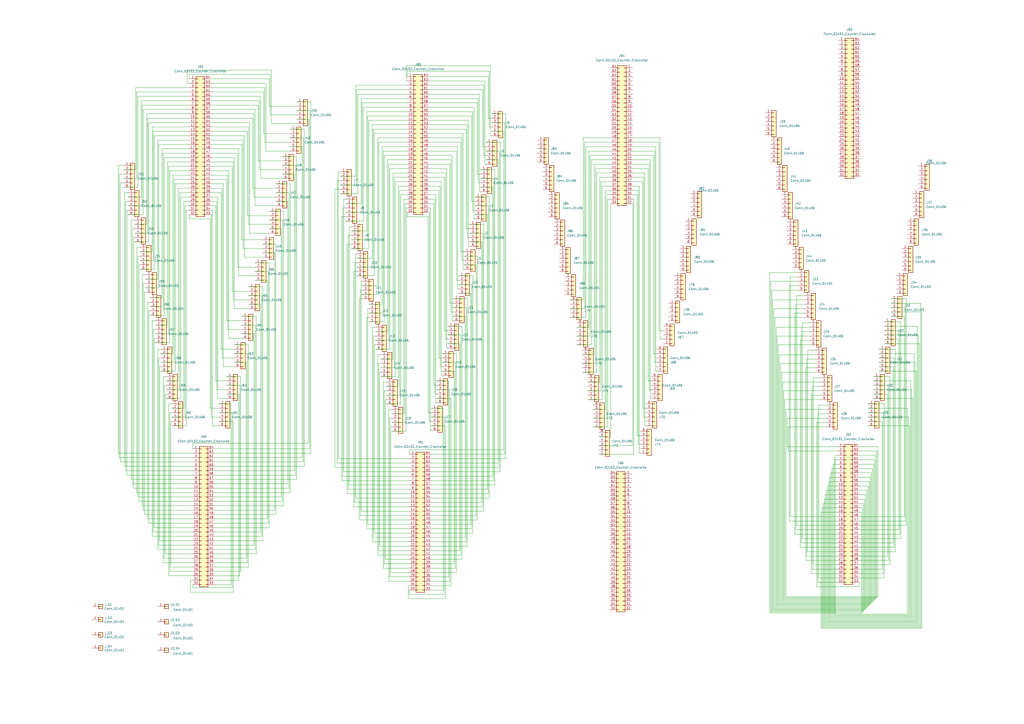
<source format=kicad_sch>
(kicad_sch (version 20230121) (generator eeschema)
  (paper "A2")
  (title_block (title "MEAboard_v1"))
  (wire (pts (xy 522.605 186.69) (xy 513.08 186.69)))
  (wire (pts (xy 280.035 135.255) (xy 280.035 294.005)))
  (wire (pts (xy 465.455 312.42) (xy 465.455 187.325)))
  (wire (pts (xy 106.68 116.84) (xy 106.68 236.855)))
  (wire (pts (xy 280.035 52.07) (xy 248.92 52.07)))
  (wire (pts (xy 219.075 80.01) (xy 219.075 165.735)))
  (wire (pts (xy 265.43 167.64) (xy 265.43 85.09)))
  (wire (pts (xy 160.02 116.84) (xy 167.005 116.84)))
  (wire (pts (xy 271.78 142.875) (xy 271.78 69.85)))
  (wire (pts (xy 92.71 313.69) (xy 111.76 313.69)))
  (wire (pts (xy 95.25 182.88) (xy 95.25 91.44)))
  (wire (pts (xy 111.76 285.75) (xy 79.375 285.75)))
  (wire (pts (xy 367.03 87.63) (xy 379.73 87.63)))
  (wire (pts (xy 513.08 194.31) (xy 532.765 194.31)))
  (wire (pts (xy 446.405 158.115) (xy 446.405 355.6)))
  (wire (pts (xy 131.445 220.98) (xy 125.095 220.98)))
  (wire (pts (xy 74.295 119.38) (xy 82.55 119.38)))
  (wire (pts (xy 207.01 52.07) (xy 207.01 107.315)))
  (wire (pts (xy 134.62 239.395) (xy 127 239.395)))
  (wire (pts (xy 202.565 131.445) (xy 202.565 281.305)))
  (wire (pts (xy 506.73 231.14) (xy 529.59 231.14)))
  (wire (pts (xy 93.345 215.265) (xy 101.6 215.265)))
  (wire (pts (xy 219.71 210.82) (xy 220.98 210.82)))
  (wire (pts (xy 206.375 147.32) (xy 206.375 288.925)))
  (wire (pts (xy 140.97 144.145) (xy 140.97 81.28)))
  (wire (pts (xy 151.13 308.61) (xy 124.46 308.61)))
  (wire (pts (xy 503.555 281.94) (xy 498.475 281.94)))
  (wire (pts (xy 167.64 111.76) (xy 160.02 111.76)))
  (wire (pts (xy 98.425 99.06) (xy 98.425 198.755)))
  (wire (pts (xy 109.855 127) (xy 109.855 124.46)))
  (wire (pts (xy 88.265 146.05) (xy 81.28 146.05)))
  (wire (pts (xy 511.81 330.2) (xy 498.475 330.2)))
  (wire (pts (xy 235.585 120.65) (xy 236.22 120.65)))
  (wire (pts (xy 107.95 121.92) (xy 109.855 121.92)))
  (wire (pts (xy 163.83 90.805) (xy 172.085 90.805)))
  (wire (pts (xy 140.335 83.82) (xy 140.335 139.065)))
  (wire (pts (xy 147.955 63.5) (xy 147.955 119.38)))
  (wire (pts (xy 258.445 196.85) (xy 259.715 196.85)))
  (wire (pts (xy 80.01 288.29) (xy 111.76 288.29)))
  (wire (pts (xy 76.2 278.13) (xy 111.76 278.13)))
  (wire (pts (xy 135.89 91.44) (xy 135.89 179.07)))
  (wire (pts (xy 179.705 260.35) (xy 124.46 260.35)))
  (wire (pts (xy 248.92 77.47) (xy 268.605 77.47)))
  (wire (pts (xy 474.98 335.28) (xy 474.98 234.95)))
  (wire (pts (xy 147.955 160.02) (xy 138.43 160.02)))
  (wire (pts (xy 160.02 106.68) (xy 168.275 106.68)))
  (wire (pts (xy 121.92 127) (xy 109.855 127)))
  (wire (pts (xy 124.46 321.31) (xy 148.59 321.31)))
  (wire (pts (xy 147.955 154.94) (xy 137.795 154.94)))
  (wire (pts (xy 349.25 107.95) (xy 354.33 107.95)))
  (wire (pts (xy 147.955 188.595) (xy 147.955 318.77)))
  (wire (pts (xy 132.08 191.135) (xy 140.335 191.135)))
  (wire (pts (xy 454.025 221.615) (xy 454.025 347.98)))
  (wire (pts (xy 225.425 95.25) (xy 236.22 95.25)))
  (wire (pts (xy 209.55 163.195) (xy 209.55 296.545)))
  (wire (pts (xy 456.565 242.57) (xy 456.565 259.08)))
  (wire (pts (xy 93.345 212.725) (xy 92.71 212.725)))
  (wire (pts (xy 96.52 226.06) (xy 104.14 226.06)))
  (wire (pts (xy 83.185 295.91) (xy 83.185 164.465)))
  (wire (pts (xy 93.98 172.72) (xy 93.98 86.36)))
  (wire (pts (xy 215.9 72.39) (xy 236.22 72.39)))
  (wire (pts (xy 86.995 180.34) (xy 86.36 180.34)))
  (wire (pts (xy 352.425 115.57) (xy 354.33 115.57)))
  (wire (pts (xy 483.235 269.24) (xy 485.775 269.24)))
  (wire (pts (xy 263.525 327.025) (xy 263.525 215.265)))
  (wire (pts (xy 122.555 93.98) (xy 135.255 93.98)))
  (wire (pts (xy 129.54 212.725) (xy 129.54 106.68)))
  (wire (pts (xy 172.085 71.755) (xy 157.48 71.755)))
  (wire (pts (xy 464.82 192.405) (xy 464.82 314.96)))
  (wire (pts (xy 367.03 115.57) (xy 367.665 115.57)))
  (wire (pts (xy 467.995 208.28) (xy 473.075 208.28)))
  (wire (pts (xy 259.715 194.31) (xy 267.335 194.31)))
  (wire (pts (xy 478.79 361.95) (xy 532.13 361.95)))
  (wire (pts (xy 72.39 111.76) (xy 72.39 270.51)))
  (wire (pts (xy 111.76 295.91) (xy 83.185 295.91)))
  (wire (pts (xy 501.015 292.1) (xy 498.475 292.1)))
  (wire (pts (xy 457.835 302.26) (xy 457.835 165.735)))
  (wire (pts (xy 237.49 319.405) (xy 219.71 319.405)))
  (wire (pts (xy 144.78 71.12) (xy 144.78 135.255)))
  (wire (pts (xy 111.76 257.175) (xy 179.07 257.175)))
  (wire (pts (xy 160.02 141.605) (xy 160.02 298.45)))
  (wire (pts (xy 197.485 104.775) (xy 195.58 104.775)))
  (wire (pts (xy 93.345 202.565) (xy 91.44 202.565)))
  (wire (pts (xy 152.4 313.69) (xy 124.46 313.69)))
  (wire (pts (xy 127 236.855) (xy 121.92 236.855)))
  (wire (pts (xy 167.64 111.76) (xy 167.64 283.21)))
  (wire (pts (xy 254.635 207.645) (xy 256.54 207.645)))
  (wire (pts (xy 97.79 334.01) (xy 97.79 234.315)))
  (wire (pts (xy 99.695 247.015) (xy 107.95 247.015)))
  (wire (pts (xy 270.51 314.325) (xy 250.19 314.325)))
  (wire (pts (xy 82.55 159.385) (xy 82.55 293.37)))
  (wire (pts (xy 508.635 261.62) (xy 498.475 261.62)))
  (wire (pts (xy 220.345 316.865) (xy 237.49 316.865)))
  (wire (pts (xy 98.425 239.395) (xy 98.425 331.47)))
  (wire (pts (xy 376.555 95.25) (xy 367.03 95.25)))
  (wire (pts (xy 224.79 92.71) (xy 224.79 192.405)))
  (wire (pts (xy 272.415 132.715) (xy 270.51 132.715)))
  (wire (pts (xy 251.46 118.11) (xy 248.92 118.11)))
  (wire (pts (xy 270.51 178.435) (xy 262.89 178.435)))
  (wire (pts (xy 236.855 339.725) (xy 237.49 339.725)))
  (wire (pts (xy 176.53 270.51) (xy 124.46 270.51)))
  (wire (pts (xy 237.49 291.465) (xy 205.74 291.465)))
  (wire (pts (xy 248.92 72.39) (xy 271.145 72.39)))
  (wire (pts (xy 154.94 162.56) (xy 154.94 300.99)))
  (wire (pts (xy 143.51 125.095) (xy 156.21 125.095)))
  (wire (pts (xy 375.92 97.79) (xy 375.92 220.98)))
  (wire (pts (xy 237.49 311.785) (xy 216.535 311.785)))
  (wire (pts (xy 271.145 72.39) (xy 271.145 137.795)))
  (wire (pts (xy 369.57 113.03) (xy 367.03 113.03)))
  (wire (pts (xy 374.015 247.015) (xy 374.015 100.33)))
  (wire (pts (xy 334.645 189.865) (xy 341.63 189.865)))
  (wire (pts (xy 71.755 103.505) (xy 79.375 103.505)))
  (wire (pts (xy 530.225 205.105) (xy 530.225 360.045)))
  (wire (pts (xy 354.33 118.11) (xy 354.33 253.365)))
  (wire (pts (xy 457.2 261.62) (xy 485.775 261.62)))
  (wire (pts (xy 205.74 291.465) (xy 205.74 152.4)))
  (wire (pts (xy 518.16 314.96) (xy 498.475 314.96)))
  (wire (pts (xy 252.095 115.57) (xy 248.92 115.57)))
  (wire (pts (xy 525.145 302.26) (xy 525.145 178.435)))
  (wire (pts (xy 382.27 191.77) (xy 384.81 191.77)))
  (wire (pts (xy 74.295 116.84) (xy 73.025 116.84)))
  (wire (pts (xy 99.06 244.475) (xy 99.695 244.475)))
  (wire (pts (xy 213.36 179.07) (xy 213.36 304.165)))
  (wire (pts (xy 449.58 352.425) (xy 502.92 352.425)))
  (wire (pts (xy 210.82 128.27) (xy 210.82 62.23)))
  (wire (pts (xy 330.835 173.99) (xy 338.455 173.99)))
  (wire (pts (xy 140.335 186.055) (xy 131.445 186.055)))
  (wire (pts (xy 142.875 323.85) (xy 142.875 210.185)))
  (wire (pts (xy 68.58 262.89) (xy 68.58 95.885)))
  (wire (pts (xy 292.735 263.525) (xy 250.19 263.525)))
  (wire (pts (xy 122.555 45.72) (xy 156.21 45.72)))
  (wire (pts (xy 248.92 92.71) (xy 261.62 92.71)))
  (wire (pts (xy 339.09 82.55) (xy 354.33 82.55)))
  (wire (pts (xy 122.555 83.82) (xy 140.335 83.82)))
  (wire (pts (xy 128.27 111.76) (xy 122.555 111.76)))
  (wire (pts (xy 92.075 207.645) (xy 93.345 207.645)))
  (wire (pts (xy 236.22 44.45) (xy 236.22 41.275)))
  (wire (pts (xy 370.84 262.89) (xy 371.475 262.89)))
  (wire (pts (xy 479.425 240.03) (xy 474.345 240.03)))
  (wire (pts (xy 111.76 265.43) (xy 69.215 265.43)))
  (wire (pts (xy 236.22 105.41) (xy 229.235 105.41)))
  (wire (pts (xy 273.685 116.84) (xy 273.685 67.31)))
  (wire (pts (xy 450.215 351.79) (xy 503.555 351.79)))
  (wire (pts (xy 103.505 220.98) (xy 103.505 109.22)))
  (wire (pts (xy 216.535 194.945) (xy 217.805 194.945)))
  (wire (pts (xy 250.19 332.105) (xy 264.795 332.105)))
  (wire (pts (xy 338.455 80.01) (xy 354.33 80.01)))
  (wire (pts (xy 88.9 191.135) (xy 88.9 308.61)))
  (wire (pts (xy 255.27 212.725) (xy 256.54 212.725)))
  (wire (pts (xy 276.86 301.625) (xy 250.19 301.625)))
  (wire (pts (xy 144.145 168.91) (xy 134.62 168.91)))
  (wire (pts (xy 474.98 234.95) (xy 479.425 234.95)))
  (wire (pts (xy 457.835 165.735) (xy 462.915 165.735)))
  (wire (pts (xy 231.14 107.95) (xy 236.22 107.95)))
  (wire (pts (xy 73.66 275.59) (xy 73.66 121.92)))
  (wire (pts (xy 458.47 160.655) (xy 458.47 299.72)))
  (wire (pts (xy 471.17 224.155) (xy 471.17 330.2)))
  (wire (pts (xy 454.025 221.615) (xy 476.25 221.615)))
  (wire (pts (xy 447.04 163.195) (xy 447.04 354.965)))
  (wire (pts (xy 171.45 95.885) (xy 163.83 95.885)))
  (wire (pts (xy 236.22 125.73) (xy 236.22 123.19)))
  (wire (pts (xy 111.76 311.15) (xy 88.265 311.15)))
  (wire (pts (xy 132.08 101.6) (xy 132.08 191.135)))
  (wire (pts (xy 330.835 179.07) (xy 339.09 179.07)))
  (wire (pts (xy 223.52 231.775) (xy 223.52 324.485)))
  (wire (pts (xy 224.155 231.775) (xy 223.52 231.775)))
  (wire (pts (xy 264.795 205.105) (xy 256.54 205.105)))
  (wire (pts (xy 354.33 113.03) (xy 351.79 113.03)))
  (wire (pts (xy 372.745 236.855) (xy 372.745 105.41)))
  (wire (pts (xy 485.775 294.64) (xy 476.885 294.64)))
  (wire (pts (xy 455.295 231.775) (xy 455.295 346.71)))
  (wire (pts (xy 281.94 87.63) (xy 289.56 87.63)))
  (wire (pts (xy 139.7 331.47) (xy 139.7 218.44)))
  (wire (pts (xy 277.495 57.15) (xy 248.92 57.15)))
  (wire (pts (xy 97.79 96.52) (xy 97.79 193.675)))
  (wire (pts (xy 139.065 334.01) (xy 124.46 334.01)))
  (wire (pts (xy 382.905 196.85) (xy 382.905 80.01)))
  (wire (pts (xy 253.365 220.98) (xy 260.35 220.98)))
  (wire (pts (xy 273.685 165.1) (xy 273.685 306.705)))
  (wire (pts (xy 461.01 181.61) (xy 461.01 309.88)))
  (wire (pts (xy 373.38 102.87) (xy 373.38 241.935)))
  (wire (pts (xy 83.185 124.46) (xy 83.185 63.5)))
  (wire (pts (xy 279.4 291.465) (xy 250.19 291.465)))
  (wire (pts (xy 453.39 215.9) (xy 453.39 348.615)))
  (wire (pts (xy 180.34 262.89) (xy 124.46 262.89)))
  (wire (pts (xy 111.76 280.67) (xy 76.835 280.67)))
  (wire (pts (xy 283.845 73.66) (xy 285.115 73.66)))
  (wire (pts (xy 122.555 121.92) (xy 123.19 121.92)))
  (wire (pts (xy 86.36 303.53) (xy 111.76 303.53)))
  (wire (pts (xy 248.285 239.395) (xy 248.285 125.73)))
  (wire (pts (xy 126.365 114.3) (xy 126.365 231.14)))
  (wire (pts (xy 147.955 162.56) (xy 154.94 162.56)))
  (wire (pts (xy 258.445 347.345) (xy 236.855 347.345)))
  (wire (pts (xy 339.09 82.55) (xy 339.09 179.07)))
  (wire (pts (xy 129.54 106.68) (xy 122.555 106.68)))
  (wire (pts (xy 337.82 210.82) (xy 345.44 210.82)))
  (wire (pts (xy 164.465 293.37) (xy 124.46 293.37)))
  (wire (pts (xy 452.755 349.25) (xy 506.095 349.25)))
  (wire (pts (xy 446.405 355.6) (xy 499.745 355.6)))
  (wire (pts (xy 236.22 90.17) (xy 222.885 90.17)))
  (wire (pts (xy 479.425 361.315) (xy 479.425 284.48)))
  (wire (pts (xy 256.54 217.805) (xy 255.905 217.805)))
  (wire (pts (xy 283.21 119.38) (xy 275.59 119.38)))
  (wire (pts (xy 227.965 208.28) (xy 220.98 208.28)))
  (wire (pts (xy 237.49 327.025) (xy 222.885 327.025)))
  (wire (pts (xy 68.58 262.89) (xy 111.76 262.89)))
  (wire (pts (xy 367.03 102.87) (xy 373.38 102.87)))
  (wire (pts (xy 508 264.16) (xy 498.475 264.16)))
  (wire (pts (xy 236.22 52.07) (xy 207.01 52.07)))
  (wire (pts (xy 135.255 173.99) (xy 144.145 173.99)))
  (wire (pts (xy 172.085 278.13) (xy 124.46 278.13)))
  (wire (pts (xy 375.92 220.98) (xy 377.825 220.98)))
  (wire (pts (xy 260.985 337.185) (xy 250.19 337.185)))
  (wire (pts (xy 458.47 160.655) (xy 462.915 160.655)))
  (wire (pts (xy 140.335 188.595) (xy 147.955 188.595)))
  (wire (pts (xy 271.145 173.355) (xy 271.145 316.865)))
  (wire (pts (xy 101.6 106.68) (xy 109.855 106.68)))
  (wire (pts (xy 212.725 306.705) (xy 237.49 306.705)))
  (wire (pts (xy 208.28 173.355) (xy 208.28 301.625)))
  (wire (pts (xy 151.765 171.45) (xy 151.765 311.15)))
  (wire (pts (xy 83.185 63.5) (xy 109.855 63.5)))
  (wire (pts (xy 180.34 59.055) (xy 180.34 262.89)))
  (wire (pts (xy 150.495 58.42) (xy 150.495 98.425)))
  (wire (pts (xy 367.03 97.79) (xy 375.92 97.79)))
  (wire (pts (xy 498.475 335.28) (xy 513.08 335.28)))
  (wire (pts (xy 111.76 275.59) (xy 73.66 275.59)))
  (wire (pts (xy 275.59 116.84) (xy 273.685 116.84)))
  (wire (pts (xy 266.065 162.56) (xy 264.795 162.56)))
  (wire (pts (xy 348.615 105.41) (xy 348.615 226.695)))
  (wire (pts (xy 260.985 175.895) (xy 260.985 95.25)))
  (wire (pts (xy 92.71 212.725) (xy 92.71 313.69)))
  (wire (pts (xy 269.875 311.785) (xy 250.19 311.785)))
  (wire (pts (xy 248.92 49.53) (xy 280.67 49.53)))
  (wire (pts (xy 226.06 242.57) (xy 226.06 334.645)))
  (wire (pts (xy 485.775 317.5) (xy 464.185 317.5)))
  (wire (pts (xy 95.25 91.44) (xy 109.855 91.44)))
  (wire (pts (xy 85.09 130.175) (xy 85.09 66.04)))
  (wire (pts (xy 525.145 178.435) (xy 516.89 178.435)))
  (wire (pts (xy 86.995 177.8) (xy 94.615 177.8)))
  (wire (pts (xy 469.9 194.945) (xy 450.85 194.945)))
  (wire (pts (xy 163.83 290.83) (xy 124.46 290.83)))
  (wire (pts (xy 109.855 73.66) (xy 88.265 73.66)))
  (wire (pts (xy 515.62 223.52) (xy 515.62 325.12)))
  (wire (pts (xy 78.74 98.425) (xy 78.74 50.8)))
  (wire (pts (xy 156.21 45.72) (xy 156.21 61.595)))
  (wire (pts (xy 522.605 312.42) (xy 498.475 312.42)))
  (wire (pts (xy 464.185 317.5) (xy 464.185 197.485)))
  (wire (pts (xy 512.445 239.395) (xy 503.555 239.395)))
  (wire (pts (xy 122.555 55.88) (xy 151.13 55.88)))
  (wire (pts (xy 346.075 100.33) (xy 346.075 215.9)))
  (wire (pts (xy 345.44 210.82) (xy 345.44 97.79)))
  (wire (pts (xy 485.775 322.58) (xy 467.995 322.58)))
  (wire (pts (xy 237.49 263.525) (xy 237.49 260.985)))
  (wire (pts (xy 483.87 266.7) (xy 485.775 266.7)))
  (wire (pts (xy 234.95 245.11) (xy 234.95 118.11)))
  (wire (pts (xy 473.71 340.36) (xy 498.475 340.36)))
  (wire (pts (xy 221.615 85.09) (xy 221.615 176.53)))
  (wire (pts (xy 212.725 64.77) (xy 212.725 133.985)))
  (wire (pts (xy 267.97 151.13) (xy 269.24 151.13)))
  (wire (pts (xy 354.33 253.365) (xy 347.345 253.365)))
  (wire (pts (xy 236.22 41.275) (xy 283.845 41.275)))
  (wire (pts (xy 481.965 274.32) (xy 481.965 358.775)))
  (wire (pts (xy 85.725 135.255) (xy 85.725 68.58)))
  (wire (pts (xy 95.885 228.6) (xy 96.52 228.6)))
  (wire (pts (xy 466.725 181.61) (xy 461.01 181.61)))
  (wire (pts (xy 227.33 242.57) (xy 226.06 242.57)))
  (wire (pts (xy 506.095 271.78) (xy 498.475 271.78)))
  (wire (pts (xy 344.17 247.65) (xy 352.425 247.65)))
  (wire (pts (xy 473.075 210.82) (xy 452.755 210.82)))
  (wire (pts (xy 135.255 343.535) (xy 110.49 343.535)))
  (wire (pts (xy 467.36 213.36) (xy 467.36 325.12)))
  (wire (pts (xy 256.54 210.185) (xy 264.16 210.185)))
  (wire (pts (xy 347.345 258.445) (xy 367.03 258.445)))
  (wire (pts (xy 196.215 99.695) (xy 197.485 99.695)))
  (wire (pts (xy 347.98 102.87) (xy 354.33 102.87)))
  (wire (pts (xy 512.445 332.74) (xy 512.445 239.395)))
  (wire (pts (xy 99.695 241.935) (xy 107.315 241.935)))
  (wire (pts (xy 500.38 294.64) (xy 500.38 354.965)))
  (wire (pts (xy 232.41 113.03) (xy 236.22 113.03)))
  (wire (pts (xy 207.645 54.61) (xy 236.22 54.61)))
  (wire (pts (xy 74.295 111.76) (xy 72.39 111.76)))
  (wire (pts (xy 498.475 320.04) (xy 519.43 320.04)))
  (wire (pts (xy 262.89 175.895) (xy 260.985 175.895)))
  (wire (pts (xy 207.01 147.32) (xy 206.375 147.32)))
  (wire (pts (xy 134.62 96.52) (xy 122.555 96.52)))
  (wire (pts (xy 126.365 231.14) (xy 131.445 231.14)))
  (wire (pts (xy 142.875 210.185) (xy 135.89 210.185)))
  (wire (pts (xy 351.155 110.49) (xy 354.33 110.49)))
  (wire (pts (xy 248.92 82.55) (xy 267.335 82.55)))
  (wire (pts (xy 528.955 226.06) (xy 506.73 226.06)))
  (wire (pts (xy 259.08 201.93) (xy 259.08 97.79)))
  (wire (pts (xy 78.105 127.635) (xy 76.2 127.635)))
  (wire (pts (xy 485.775 327.66) (xy 471.805 327.66)))
  (wire (pts (xy 367.665 115.57) (xy 367.665 263.525)))
  (wire (pts (xy 217.17 200.025) (xy 217.17 309.245)))
  (wire (pts (xy 483.235 357.505) (xy 483.235 269.24)))
  (wire (pts (xy 377.19 92.71) (xy 377.19 231.14)))
  (wire (pts (xy 264.16 210.185) (xy 264.16 329.565)))
  (wire (pts (xy 219.075 321.945) (xy 219.075 205.74)))
  (wire (pts (xy 207.645 112.395) (xy 207.645 54.61)))
  (wire (pts (xy 222.25 87.63) (xy 236.22 87.63)))
  (wire (pts (xy 207.01 149.86) (xy 215.9 149.86)))
  (wire (pts (xy 525.78 304.8) (xy 498.475 304.8)))
  (wire (pts (xy 273.05 304.165) (xy 250.19 304.165)))
  (wire (pts (xy 91.44 161.925) (xy 84.455 161.925)))
  (wire (pts (xy 342.9 200.025) (xy 342.9 92.71)))
  (wire (pts (xy 144.145 73.66) (xy 144.145 130.175)))
  (wire (pts (xy 122.555 53.34) (xy 153.035 53.34)))
  (wire (pts (xy 354.33 100.33) (xy 346.075 100.33)))
  (wire (pts (xy 270.51 74.93) (xy 248.92 74.93)))
  (wire (pts (xy 248.92 80.01) (xy 267.97 80.01)))
  (wire (pts (xy 271.145 137.795) (xy 272.415 137.795)))
  (wire (pts (xy 290.195 273.685) (xy 290.195 82.55)))
  (wire (pts (xy 283.21 68.58) (xy 283.21 44.45)))
  (wire (pts (xy 104.775 231.14) (xy 104.775 114.3)))
  (wire (pts (xy 485.775 281.94) (xy 480.06 281.94)))
  (wire (pts (xy 219.71 82.55) (xy 219.71 170.815)))
  (wire (pts (xy 236.22 97.79) (xy 226.06 97.79)))
  (wire (pts (xy 257.81 102.87) (xy 248.92 102.87)))
  (wire (pts (xy 159.385 295.91) (xy 124.46 295.91)))
  (wire (pts (xy 154.305 87.63) (xy 168.275 87.63)))
  (wire (pts (xy 168.275 106.68) (xy 168.275 285.75)))
  (wire (pts (xy 223.52 324.485) (xy 237.49 324.485)))
  (wire (pts (xy 180.34 59.055) (xy 172.085 59.055)))
  (wire (pts (xy 81.28 153.67) (xy 80.645 153.67)))
  (wire (pts (xy 521.335 307.34) (xy 521.335 196.85)))
  (wire (pts (xy 345.44 97.79) (xy 354.33 97.79)))
  (wire (pts (xy 484.505 264.16) (xy 485.775 264.16)))
  (wire (pts (xy 231.14 107.95) (xy 231.14 224.155)))
  (wire (pts (xy 266.065 170.18) (xy 273.05 170.18)))
  (wire (pts (xy 272.415 142.875) (xy 271.78 142.875)))
  (wire (pts (xy 179.705 64.135) (xy 172.085 64.135)))
  (wire (pts (xy 219.71 319.405) (xy 219.71 210.82)))
  (wire (pts (xy 261.62 231.14) (xy 261.62 339.725)))
  (wire (pts (xy 216.535 311.785) (xy 216.535 194.945)))
  (wire (pts (xy 462.28 171.45) (xy 462.28 304.8)))
  (wire (pts (xy 108.585 40.64) (xy 108.585 48.26)))
  (wire (pts (xy 280.035 135.255) (xy 272.415 135.255)))
  (wire (pts (xy 248.92 100.33) (xy 258.445 100.33)))
  (wire (pts (xy 122.555 73.66) (xy 144.145 73.66)))
  (wire (pts (xy 524.51 299.72) (xy 498.475 299.72)))
  (wire (pts (xy 176.53 74.93) (xy 176.53 270.51)))
  (wire (pts (xy 341.63 87.63) (xy 354.33 87.63)))
  (wire (pts (xy 454.025 347.98) (xy 507.365 347.98)))
  (wire (pts (xy 84.455 169.545) (xy 83.82 169.545)))
  (wire (pts (xy 342.9 92.71) (xy 354.33 92.71)))
  (wire (pts (xy 198.755 120.65) (xy 200.66 120.65)))
  (wire (pts (xy 154.94 300.99) (xy 124.46 300.99)))
  (wire (pts (xy 380.365 215.265) (xy 380.365 85.09)))
  (wire (pts (xy 261.62 180.975) (xy 262.89 180.975)))
  (wire (pts (xy 481.965 358.775) (xy 528.955 358.775)))
  (wire (pts (xy 266.7 319.405) (xy 250.19 319.405)))
  (wire (pts (xy 478.79 361.95) (xy 478.79 287.02)))
  (wire (pts (xy 340.995 231.775) (xy 349.25 231.775)))
  (wire (pts (xy 147.32 114.3) (xy 160.02 114.3)))
  (wire (pts (xy 228.6 213.36) (xy 228.6 102.87)))
  (wire (pts (xy 81.915 114.3) (xy 74.295 114.3)))
  (wire (pts (xy 527.685 247.015) (xy 527.685 357.505)))
  (wire (pts (xy 455.93 346.075) (xy 509.27 346.075)))
  (wire (pts (xy 267.97 80.01) (xy 267.97 151.13)))
  (wire (pts (xy 171.45 95.885) (xy 171.45 275.59)))
  (wire (pts (xy 530.86 210.185) (xy 509.905 210.185)))
  (wire (pts (xy 89.535 306.07) (xy 89.535 196.215)))
  (wire (pts (xy 498.475 287.02) (xy 502.285 287.02)))
  (wire (pts (xy 71.755 100.965) (xy 69.215 100.965)))
  (wire (pts (xy 201.93 136.525) (xy 201.93 283.845)))
  (wire (pts (xy 286.385 278.765) (xy 286.385 103.505)))
  (wire (pts (xy 248.92 244.475) (xy 248.92 123.19)))
  (wire (pts (xy 225.425 237.49) (xy 227.33 237.49)))
  (wire (pts (xy 172.085 66.675) (xy 156.845 66.675)))
  (wire (pts (xy 250.19 247.015) (xy 258.445 247.015)))
  (wire (pts (xy 133.985 339.09) (xy 124.46 339.09)))
  (wire (pts (xy 201.93 283.845) (xy 237.49 283.845)))
  (wire (pts (xy 473.075 203.2) (xy 468.63 203.2)))
  (wire (pts (xy 285.75 108.585) (xy 285.75 276.225)))
  (wire (pts (xy 281.94 95.25) (xy 281.305 95.25)))
  (wire (pts (xy 138.43 336.55) (xy 138.43 228.6)))
  (wire (pts (xy 287.02 98.425) (xy 287.02 281.305)))
  (wire (pts (xy 135.89 205.105) (xy 143.51 205.105)))
  (wire (pts (xy 266.065 160.02) (xy 274.32 160.02)))
  (wire (pts (xy 519.43 202.565) (xy 519.43 320.04)))
  (wire (pts (xy 150.495 98.425) (xy 163.83 98.425)))
  (wire (pts (xy 272.415 140.335) (xy 279.4 140.335)))
  (wire (pts (xy 237.49 344.805) (xy 257.81 344.805)))
  (wire (pts (xy 128.905 109.22) (xy 128.905 207.645)))
  (wire (pts (xy 468.63 203.2) (xy 468.63 320.04)))
  (wire (pts (xy 346.075 215.9) (xy 337.82 215.9)))
  (wire (pts (xy 237.49 281.305) (xy 202.565 281.305)))
  (wire (pts (xy 110.49 336.55) (xy 111.76 336.55)))
  (wire (pts (xy 255.27 107.95) (xy 255.27 212.725)))
  (wire (pts (xy 97.79 96.52) (xy 109.855 96.52)))
  (wire (pts (xy 474.345 337.82) (xy 485.775 337.82)))
  (wire (pts (xy 208.915 168.275) (xy 210.185 168.275)))
  (wire (pts (xy 293.37 266.065) (xy 293.37 66.04)))
  (wire (pts (xy 506.095 271.78) (xy 506.095 349.25)))
  (wire (pts (xy 257.81 191.77) (xy 259.715 191.77)))
  (wire (pts (xy 474.345 240.03) (xy 474.345 337.82)))
  (wire (pts (xy 515.62 325.12) (xy 498.475 325.12)))
  (wire (pts (xy 100.965 210.185) (xy 100.965 104.14)))
  (wire (pts (xy 282.575 124.46) (xy 282.575 283.845)))
  (wire (pts (xy 71.755 98.425) (xy 78.74 98.425)))
  (wire (pts (xy 451.485 200.025) (xy 451.485 350.52)))
  (wire (pts (xy 78.74 50.8) (xy 109.855 50.8)))
  (wire (pts (xy 379.73 210.185) (xy 381 210.185)))
  (wire (pts (xy 111.76 340.995) (xy 111.76 339.09)))
  (wire (pts (xy 235.585 38.1) (xy 235.585 46.99)))
  (wire (pts (xy 163.83 127.635) (xy 156.21 127.635)))
  (wire (pts (xy 216.535 74.93) (xy 216.535 154.94)))
  (wire (pts (xy 270.51 132.715) (xy 270.51 74.93)))
  (wire (pts (xy 516.255 218.44) (xy 506.73 218.44)))
  (wire (pts (xy 163.195 132.715) (xy 163.195 288.29)))
  (wire (pts (xy 137.795 154.94) (xy 137.795 88.9)))
  (wire (pts (xy 234.315 115.57) (xy 234.315 240.03)))
  (wire (pts (xy 288.925 268.605) (xy 288.925 92.71)))
  (wire (pts (xy 111.76 300.99) (xy 85.725 300.99)))
  (wire (pts (xy 104.14 111.76) (xy 109.855 111.76)))
  (wire (pts (xy 122.555 58.42) (xy 150.495 58.42)))
  (wire (pts (xy 501.65 289.56) (xy 498.475 289.56)))
  (wire (pts (xy 80.645 153.67) (xy 80.645 290.83)))
  (wire (pts (xy 237.49 266.065) (xy 196.215 266.065)))
  (wire (pts (xy 217.17 309.245) (xy 237.49 309.245)))
  (wire (pts (xy 480.06 360.68) (xy 530.86 360.68)))
  (wire (pts (xy 448.945 179.07) (xy 448.945 353.06)))
  (wire (pts (xy 210.185 163.195) (xy 209.55 163.195)))
  (wire (pts (xy 111.76 321.31) (xy 95.885 321.31)))
  (wire (pts (xy 498.475 276.86) (xy 504.825 276.86)))
  (wire (pts (xy 84.455 167.005) (xy 92.075 167.005)))
  (wire (pts (xy 454.66 226.695) (xy 476.25 226.695)))
  (wire (pts (xy 506.73 269.24) (xy 498.475 269.24)))
  (wire (pts (xy 283.845 288.925) (xy 250.19 288.925)))
  (wire (pts (xy 469.9 192.405) (xy 464.82 192.405)))
  (wire (pts (xy 262.89 173.355) (xy 271.145 173.355)))
  (wire (pts (xy 506.73 220.98) (xy 528.32 220.98)))
  (wire (pts (xy 531.495 361.315) (xy 479.425 361.315)))
  (wire (pts (xy 96.52 220.98) (xy 103.505 220.98)))
  (wire (pts (xy 203.835 136.525) (xy 201.93 136.525)))
  (wire (pts (xy 201.295 141.605) (xy 201.295 286.385)))
  (wire (pts (xy 100.965 104.14) (xy 109.855 104.14)))
  (wire (pts (xy 213.36 304.165) (xy 237.49 304.165)))
  (wire (pts (xy 288.925 92.71) (xy 281.94 92.71)))
  (wire (pts (xy 377.19 231.14) (xy 377.825 231.14)))
  (wire (pts (xy 89.535 156.21) (xy 89.535 78.74)))
  (wire (pts (xy 236.855 347.345) (xy 236.855 339.725)))
  (wire (pts (xy 97.155 93.98) (xy 97.155 188.595)))
  (wire (pts (xy 476.25 364.49) (xy 534.67 364.49)))
  (wire (pts (xy 229.235 105.41) (xy 229.235 218.44)))
  (wire (pts (xy 478.79 287.02) (xy 485.775 287.02)))
  (wire (pts (xy 498.475 332.74) (xy 512.445 332.74)))
  (wire (pts (xy 276.86 148.59) (xy 269.24 148.59)))
  (wire (pts (xy 250.19 339.725) (xy 261.62 339.725)))
  (wire (pts (xy 354.33 105.41) (xy 348.615 105.41)))
  (wire (pts (xy 354.33 85.09) (xy 339.725 85.09)))
  (wire (pts (xy 69.85 267.97) (xy 111.76 267.97)))
  (wire (pts (xy 485.775 307.34) (xy 461.645 307.34)))
  (wire (pts (xy 201.295 141.605) (xy 203.835 141.605)))
  (wire (pts (xy 123.19 247.015) (xy 127 247.015)))
  (wire (pts (xy 504.19 279.4) (xy 504.19 351.155)))
  (wire (pts (xy 164.465 122.555) (xy 164.465 293.37)))
  (wire (pts (xy 462.915 158.115) (xy 446.405 158.115)))
  (wire (pts (xy 217.805 200.025) (xy 217.17 200.025)))
  (wire (pts (xy 175.26 265.43) (xy 124.46 265.43)))
  (wire (pts (xy 85.09 66.04) (xy 109.855 66.04)))
  (wire (pts (xy 213.995 144.145) (xy 203.835 144.145)))
  (wire (pts (xy 135.89 212.725) (xy 129.54 212.725)))
  (wire (pts (xy 267.97 189.23) (xy 259.715 189.23)))
  (wire (pts (xy 86.36 180.34) (xy 86.36 303.53)))
  (wire (pts (xy 448.31 353.695) (xy 501.65 353.695)))
  (wire (pts (xy 80.01 108.585) (xy 80.01 55.88)))
  (wire (pts (xy 208.915 299.085) (xy 237.49 299.085)))
  (wire (pts (xy 370.205 110.49) (xy 367.03 110.49)))
  (wire (pts (xy 231.775 110.49) (xy 231.775 229.235)))
  (wire (pts (xy 85.725 68.58) (xy 109.855 68.58)))
  (wire (pts (xy 231.775 229.235) (xy 224.155 229.235)))
  (wire (pts (xy 500.38 294.64) (xy 498.475 294.64)))
  (wire (pts (xy 521.97 309.88) (xy 498.475 309.88)))
  (wire (pts (xy 530.225 360.045) (xy 480.695 360.045)))
  (wire (pts (xy 382.27 82.55) (xy 382.27 191.77)))
  (wire (pts (xy 179.07 69.215) (xy 172.085 69.215)))
  (wire (pts (xy 251.46 223.52) (xy 253.365 223.52)))
  (wire (pts (xy 339.725 85.09) (xy 339.725 184.15)))
  (wire (pts (xy 264.795 87.63) (xy 248.92 87.63)))
  (wire (pts (xy 266.7 199.39) (xy 259.715 199.39)))
  (wire (pts (xy 513.08 191.77) (xy 521.97 191.77)))
  (wire (pts (xy 509.905 215.265) (xy 531.495 215.265)))
  (wire (pts (xy 504.825 276.86) (xy 504.825 350.52)))
  (wire (pts (xy 69.85 106.045) (xy 71.755 106.045)))
  (wire (pts (xy 160.02 141.605) (xy 152.4 141.605)))
  (wire (pts (xy 250.19 276.225) (xy 285.75 276.225)))
  (wire (pts (xy 210.185 173.355) (xy 208.28 173.355)))
  (wire (pts (xy 124.46 331.47) (xy 139.7 331.47)))
  (wire (pts (xy 455.295 346.71) (xy 508.635 346.71)))
  (wire (pts (xy 155.575 303.53) (xy 124.46 303.53)))
  (wire (pts (xy 286.385 278.765) (xy 250.19 278.765)))
  (wire (pts (xy 139.065 223.52) (xy 139.065 334.01)))
  (wire (pts (xy 250.19 239.395) (xy 248.285 239.395)))
  (wire (pts (xy 250.19 236.855) (xy 257.175 236.855)))
  (wire (pts (xy 135.255 93.98) (xy 135.255 173.99)))
  (wire (pts (xy 470.535 229.235) (xy 476.25 229.235)))
  (wire (pts (xy 107.95 247.015) (xy 107.95 121.92)))
  (wire (pts (xy 255.905 217.805) (xy 255.905 105.41)))
  (wire (pts (xy 502.285 287.02) (xy 502.285 353.06)))
  (wire (pts (xy 153.035 53.34) (xy 153.035 77.47)))
  (wire (pts (xy 351.155 237.49) (xy 351.155 110.49)))
  (wire (pts (xy 121.92 236.855) (xy 121.92 127)))
  (wire (pts (xy 250.19 334.645) (xy 260.35 334.645)))
  (wire (pts (xy 122.555 241.935) (xy 122.555 124.46)))
  (wire (pts (xy 217.17 77.47) (xy 236.22 77.47)))
  (wire (pts (xy 209.55 296.545) (xy 237.49 296.545)))
  (wire (pts (xy 379.095 205.105) (xy 379.095 90.17)))
  (wire (pts (xy 109.855 81.28) (xy 91.44 81.28)))
  (wire (pts (xy 379.095 90.17) (xy 367.03 90.17)))
  (wire (pts (xy 219.71 82.55) (xy 236.22 82.55)))
  (wire (pts (xy 86.36 71.12) (xy 109.855 71.12)))
  (wire (pts (xy 503.555 247.015) (xy 527.685 247.015)))
  (wire (pts (xy 264.16 329.565) (xy 250.19 329.565)))
  (wire (pts (xy 149.86 93.345) (xy 149.86 60.96)))
  (wire (pts (xy 528.32 358.14) (xy 482.6 358.14)))
  (wire (pts (xy 257.81 102.87) (xy 257.81 191.77)))
  (wire (pts (xy 468.63 320.04) (xy 485.775 320.04)))
  (wire (pts (xy 128.905 207.645) (xy 135.89 207.645)))
  (wire (pts (xy 232.41 234.315) (xy 232.41 113.03)))
  (wire (pts (xy 151.13 103.505) (xy 163.83 103.505)))
  (wire (pts (xy 271.78 69.85) (xy 248.92 69.85)))
  (wire (pts (xy 194.31 109.855) (xy 197.485 109.855)))
  (wire (pts (xy 253.365 226.06) (xy 260.985 226.06)))
  (wire (pts (xy 156.845 43.18) (xy 109.855 43.18)))
  (wire (pts (xy 107.315 119.38) (xy 109.855 119.38)))
  (wire (pts (xy 81.915 58.42) (xy 81.915 114.3)))
  (wire (pts (xy 518.16 212.725) (xy 518.16 314.96)))
  (wire (pts (xy 226.06 202.565) (xy 217.805 202.565)))
  (wire (pts (xy 528.955 358.775) (xy 528.955 226.06)))
  (wire (pts (xy 237.49 344.805) (xy 237.49 342.265)))
  (wire (pts (xy 371.475 257.81) (xy 370.205 257.81)))
  (wire (pts (xy 69.215 100.965) (xy 69.215 265.43)))
  (wire (pts (xy 455.295 231.775) (xy 476.25 231.775)))
  (wire (pts (xy 76.835 132.715) (xy 78.105 132.715)))
  (wire (pts (xy 147.955 152.4) (xy 156.21 152.4)))
  (wire (pts (xy 224.155 234.315) (xy 232.41 234.315)))
  (wire (pts (xy 198.12 278.765) (xy 237.49 278.765)))
  (wire (pts (xy 274.955 62.23) (xy 274.955 127)))
  (wire (pts (xy 94.615 326.39) (xy 94.615 218.44)))
  (wire (pts (xy 225.425 197.485) (xy 225.425 95.25)))
  (wire (pts (xy 286.385 103.505) (xy 278.765 103.505)))
  (wire (pts (xy 473.075 213.36) (xy 467.36 213.36)))
  (wire (pts (xy 473.71 245.11) (xy 479.425 245.11)))
  (wire (pts (xy 226.06 97.79) (xy 226.06 202.565)))
  (wire (pts (xy 509.905 205.105) (xy 530.225 205.105)))
  (wire (pts (xy 213.995 181.61) (xy 222.25 181.61)))
  (wire (pts (xy 140.335 139.065) (xy 152.4 139.065)))
  (wire (pts (xy 213.995 179.07) (xy 213.36 179.07)))
  (wire (pts (xy 281.305 95.25) (xy 281.305 46.99)))
  (wire (pts (xy 111.76 340.995) (xy 134.62 340.995)))
  (wire (pts (xy 448.31 173.99) (xy 466.725 173.99)))
  (wire (pts (xy 248.92 64.77) (xy 274.32 64.77)))
  (wire (pts (xy 224.79 192.405) (xy 217.805 192.405)))
  (wire (pts (xy 220.98 213.36) (xy 228.6 213.36)))
  (wire (pts (xy 367.665 263.525) (xy 347.345 263.525)))
  (wire (pts (xy 217.805 189.865) (xy 215.9 189.865)))
  (wire (pts (xy 167.005 280.67) (xy 124.46 280.67)))
  (wire (pts (xy 153.67 82.55) (xy 168.275 82.55)))
  (wire (pts (xy 376.555 226.06) (xy 376.555 95.25)))
  (wire (pts (xy 144.145 166.37) (xy 152.4 166.37)))
  (wire (pts (xy 349.25 231.775) (xy 349.25 107.95)))
  (wire (pts (xy 248.92 62.23) (xy 274.955 62.23)))
  (wire (pts (xy 367.03 82.55) (xy 382.27 82.55)))
  (wire (pts (xy 282.575 283.845) (xy 250.19 283.845)))
  (wire (pts (xy 236.22 92.71) (xy 224.79 92.71)))
  (wire (pts (xy 252.73 233.68) (xy 253.365 233.68)))
  (wire (pts (xy 278.13 54.61) (xy 278.13 111.125)))
  (wire (pts (xy 200.66 118.11) (xy 209.55 118.11)))
  (wire (pts (xy 152.4 166.37) (xy 152.4 313.69)))
  (wire (pts (xy 132.715 196.215) (xy 132.715 99.06)))
  (wire (pts (xy 88.9 151.13) (xy 88.9 76.2)))
  (wire (pts (xy 236.22 110.49) (xy 231.775 110.49)))
  (wire (pts (xy 107.315 241.935) (xy 107.315 119.38)))
  (wire (pts (xy 277.495 106.045) (xy 277.495 57.15)))
  (wire (pts (xy 248.285 125.73) (xy 236.22 125.73)))
  (wire (pts (xy 476.25 297.18) (xy 485.775 297.18)))
  (wire (pts (xy 68.58 95.885) (xy 71.755 95.885)))
  (wire (pts (xy 283.845 114.3) (xy 283.845 288.925)))
  (wire (pts (xy 532.13 189.23) (xy 532.13 361.95)))
  (wire (pts (xy 237.49 260.985) (xy 292.1 260.985)))
  (wire (pts (xy 507.365 266.7) (xy 498.475 266.7)))
  (wire (pts (xy 334.645 200.025) (xy 342.9 200.025)))
  (wire (pts (xy 195.58 268.605) (xy 237.49 268.605)))
  (wire (pts (xy 464.185 197.485) (xy 469.9 197.485)))
  (wire (pts (xy 93.98 86.36) (xy 109.855 86.36)))
  (wire (pts (xy 159.385 146.685) (xy 152.4 146.685)))
  (wire (pts (xy 197.485 102.235) (xy 206.375 102.235)))
  (wire (pts (xy 271.145 316.865) (xy 250.19 316.865)))
  (wire (pts (xy 292.1 76.2) (xy 285.115 76.2)))
  (wire (pts (xy 194.31 271.145) (xy 237.49 271.145)))
  (wire (pts (xy 273.685 67.31) (xy 248.92 67.31)))
  (wire (pts (xy 98.425 331.47) (xy 111.76 331.47)))
  (wire (pts (xy 259.08 97.79) (xy 248.92 97.79)))
  (wire (pts (xy 462.915 168.275) (xy 447.675 168.275)))
  (wire (pts (xy 467.36 325.12) (xy 485.775 325.12)))
  (wire (pts (xy 503.555 281.94) (xy 503.555 351.79)))
  (wire (pts (xy 457.835 302.26) (xy 485.775 302.26)))
  (wire (pts (xy 222.885 90.17) (xy 222.885 186.69)))
  (wire (pts (xy 347.98 221.615) (xy 347.98 102.87)))
  (wire (pts (xy 248.92 90.17) (xy 262.255 90.17)))
  (wire (pts (xy 278.765 106.045) (xy 277.495 106.045)))
  (wire (pts (xy 163.83 100.965) (xy 170.815 100.965)))
  (wire (pts (xy 213.995 176.53) (xy 221.615 176.53)))
  (wire (pts (xy 498.475 340.36) (xy 498.475 337.82)))
  (wire (pts (xy 281.94 85.09) (xy 280.035 85.09)))
  (wire (pts (xy 341.63 189.865) (xy 341.63 87.63)))
  (wire (pts (xy 88.265 73.66) (xy 88.265 146.05)))
  (wire (pts (xy 471.805 327.66) (xy 471.805 219.075)))
  (wire (pts (xy 447.675 168.275) (xy 447.675 354.33)))
  (wire (pts (xy 76.835 280.67) (xy 76.835 132.715)))
  (wire (pts (xy 516.89 180.975) (xy 534.67 180.975)))
  (wire (pts (xy 255.905 105.41) (xy 248.92 105.41)))
  (wire (pts (xy 452.755 210.82) (xy 452.755 349.25)))
  (wire (pts (xy 156.21 61.595) (xy 172.085 61.595)))
  (wire (pts (xy 514.985 322.58) (xy 514.985 228.6)))
  (wire (pts (xy 267.97 189.23) (xy 267.97 324.485)))
  (wire (pts (xy 498.475 317.5) (xy 518.795 317.5)))
  (wire (pts (xy 93.345 210.185) (xy 100.965 210.185)))
  (wire (pts (xy 248.92 107.95) (xy 255.27 107.95)))
  (wire (pts (xy 156.21 152.4) (xy 156.21 306.07)))
  (wire (pts (xy 260.985 226.06) (xy 260.985 337.185)))
  (wire (pts (xy 222.25 87.63) (xy 222.25 181.61)))
  (wire (pts (xy 479.425 247.65) (xy 457.2 247.65)))
  (wire (pts (xy 518.795 207.645) (xy 509.905 207.645)))
  (wire (pts (xy 224.155 224.155) (xy 231.14 224.155)))
  (wire (pts (xy 131.445 104.14) (xy 122.555 104.14)))
  (wire (pts (xy 144.78 135.255) (xy 156.21 135.255)))
  (wire (pts (xy 83.82 298.45) (xy 111.76 298.45)))
  (wire (pts (xy 293.37 66.04) (xy 285.115 66.04)))
  (wire (pts (xy 516.89 173.355) (xy 525.78 173.355)))
  (wire (pts (xy 159.385 146.685) (xy 159.385 295.91)))
  (wire (pts (xy 122.555 78.74) (xy 141.605 78.74)))
  (wire (pts (xy 124.46 336.55) (xy 138.43 336.55)))
  (wire (pts (xy 250.19 271.145) (xy 289.56 271.145)))
  (wire (pts (xy 209.55 57.15) (xy 236.22 57.15)))
  (wire (pts (xy 479.425 284.48) (xy 485.775 284.48)))
  (wire (pts (xy 237.49 337.185) (xy 225.425 337.185)))
  (wire (pts (xy 485.775 274.32) (xy 481.965 274.32)))
  (wire (pts (xy 482.6 271.78) (xy 485.775 271.78)))
  (wire (pts (xy 274.955 127) (xy 275.59 127)))
  (wire (pts (xy 163.83 93.345) (xy 149.86 93.345)))
  (wire (pts (xy 77.47 137.795) (xy 77.47 283.21)))
  (wire (pts (xy 208.28 301.625) (xy 237.49 301.625)))
  (wire (pts (xy 464.82 314.96) (xy 485.775 314.96)))
  (wire (pts (xy 124.46 328.93) (xy 144.145 328.93)))
  (wire (pts (xy 531.495 215.265) (xy 531.495 361.315)))
  (wire (pts (xy 251.46 118.11) (xy 251.46 223.52)))
  (wire (pts (xy 110.49 343.535) (xy 110.49 336.55)))
  (wire (pts (xy 83.185 164.465) (xy 84.455 164.465)))
  (wire (pts (xy 234.95 118.11) (xy 236.22 118.11)))
  (wire (pts (xy 146.685 68.58) (xy 146.685 109.22)))
  (wire (pts (xy 98.425 99.06) (xy 109.855 99.06)))
  (wire (pts (xy 370.84 107.95) (xy 370.84 262.89)))
  (wire (pts (xy 509.905 202.565) (xy 519.43 202.565)))
  (wire (pts (xy 224.155 221.615) (xy 222.25 221.615)))
  (wire (pts (xy 506.73 223.52) (xy 515.62 223.52)))
  (wire (pts (xy 534.67 180.975) (xy 534.67 364.49)))
  (wire (pts (xy 448.31 173.99) (xy 448.31 353.695)))
  (wire (pts (xy 285.115 68.58) (xy 283.21 68.58)))
  (wire (pts (xy 505.46 274.32) (xy 498.475 274.32)))
  (wire (pts (xy 199.39 115.57) (xy 199.39 273.685)))
  (wire (pts (xy 466.725 171.45) (xy 462.28 171.45)))
  (wire (pts (xy 280.67 49.53) (xy 280.67 90.17)))
  (wire (pts (xy 455.93 237.49) (xy 479.425 237.49)))
  (wire (pts (xy 88.9 308.61) (xy 111.76 308.61)))
  (wire (pts (xy 476.25 224.155) (xy 471.17 224.155)))
  (wire (pts (xy 111.76 316.23) (xy 92.075 316.23)))
  (wire (pts (xy 284.48 38.1) (xy 235.585 38.1)))
  (wire (pts (xy 352.425 247.65) (xy 352.425 115.57)))
  (wire (pts (xy 88.265 186.055) (xy 90.17 186.055)))
  (wire (pts (xy 207.01 107.315) (xy 197.485 107.315)))
  (wire (pts (xy 213.36 139.065) (xy 213.36 67.31)))
  (wire (pts (xy 79.375 53.34) (xy 109.855 53.34)))
  (wire (pts (xy 374.65 236.855) (xy 372.745 236.855)))
  (wire (pts (xy 367.03 118.11) (xy 367.03 258.445)))
  (wire (pts (xy 369.57 252.73) (xy 371.475 252.73)))
  (wire (pts (xy 179.705 64.135) (xy 179.705 260.35)))
  (wire (pts (xy 477.52 363.22) (xy 477.52 292.1)))
  (wire (pts (xy 280.035 294.005) (xy 250.19 294.005)))
  (wire (pts (xy 85.725 300.99) (xy 85.725 175.26)))
  (wire (pts (xy 476.25 364.49) (xy 476.25 297.18)))
  (wire (pts (xy 237.49 332.105) (xy 226.695 332.105)))
  (wire (pts (xy 73.025 116.84) (xy 73.025 273.05)))
  (wire (pts (xy 236.22 59.69) (xy 210.185 59.69)))
  (wire (pts (xy 99.695 239.395) (xy 98.425 239.395)))
  (wire (pts (xy 132.715 99.06) (xy 122.555 99.06)))
  (wire (pts (xy 458.47 299.72) (xy 485.775 299.72)))
  (wire (pts (xy 138.43 160.02) (xy 138.43 86.36)))
  (wire (pts (xy 222.885 226.695) (xy 224.155 226.695)))
  (wire (pts (xy 339.725 184.15) (xy 330.835 184.15)))
  (wire (pts (xy 143.51 326.39) (xy 124.46 326.39)))
  (wire (pts (xy 259.715 201.93) (xy 259.08 201.93)))
  (wire (pts (xy 168.275 285.75) (xy 124.46 285.75)))
  (wire (pts (xy 144.145 179.07) (xy 135.89 179.07)))
  (wire (pts (xy 124.46 323.85) (xy 142.875 323.85)))
  (wire (pts (xy 236.22 115.57) (xy 234.315 115.57)))
  (wire (pts (xy 72.39 270.51) (xy 111.76 270.51)))
  (wire (pts (xy 135.255 244.475) (xy 135.255 343.535)))
  (wire (pts (xy 532.765 194.31) (xy 532.765 362.585)))
  (wire (pts (xy 79.375 285.75) (xy 79.375 143.51)))
  (wire (pts (xy 467.995 322.58) (xy 467.995 208.28)))
  (wire (pts (xy 138.43 228.6) (xy 131.445 228.6)))
  (wire (pts (xy 152.4 144.145) (xy 140.97 144.145)))
  (wire (pts (xy 153.67 50.8) (xy 153.67 82.55)))
  (wire (pts (xy 381 215.265) (xy 380.365 215.265)))
  (wire (pts (xy 135.89 202.565) (xy 128.27 202.565)))
  (wire (pts (xy 265.43 85.09) (xy 248.92 85.09)))
  (wire (pts (xy 226.06 334.645) (xy 237.49 334.645)))
  (wire (pts (xy 372.745 105.41) (xy 367.03 105.41)))
  (wire (pts (xy 85.725 175.26) (xy 86.995 175.26)))
  (wire (pts (xy 449.58 184.15) (xy 449.58 352.425)))
  (wire (pts (xy 374.015 100.33) (xy 367.03 100.33)))
  (wire (pts (xy 250.19 324.485) (xy 267.97 324.485)))
  (wire (pts (xy 124.46 273.05) (xy 170.815 273.05)))
  (wire (pts (xy 199.39 115.57) (xy 200.66 115.57)))
  (wire (pts (xy 235.585 46.99) (xy 236.22 46.99)))
  (wire (pts (xy 170.815 100.965) (xy 170.815 273.05)))
  (wire (pts (xy 270.51 178.435) (xy 270.51 314.325)))
  (wire (pts (xy 268.605 156.21) (xy 269.24 156.21)))
  (wire (pts (xy 111.76 306.07) (xy 89.535 306.07)))
  (wire (pts (xy 499.745 297.18) (xy 498.475 297.18)))
  (wire (pts (xy 344.17 237.49) (xy 351.155 237.49)))
  (wire (pts (xy 111.76 326.39) (xy 94.615 326.39)))
  (wire (pts (xy 148.59 183.515) (xy 148.59 321.31)))
  (wire (pts (xy 521.97 191.77) (xy 521.97 309.88)))
  (wire (pts (xy 153.035 77.47) (xy 168.275 77.47)))
  (wire (pts (xy 147.955 119.38) (xy 160.02 119.38)))
  (wire (pts (xy 200.66 125.73) (xy 198.12 125.73)))
  (wire (pts (xy 452.12 349.885) (xy 505.46 349.885)))
  (wire (pts (xy 263.525 215.265) (xy 256.54 215.265)))
  (wire (pts (xy 292.1 260.985) (xy 292.1 76.2)))
  (wire (pts (xy 156.21 306.07) (xy 124.46 306.07)))
  (wire (pts (xy 377.825 226.06) (xy 376.555 226.06)))
  (wire (pts (xy 93.345 205.105) (xy 100.33 205.105)))
  (wire (pts (xy 234.315 240.03) (xy 227.33 240.03)))
  (wire (pts (xy 516.255 327.66) (xy 516.255 218.44)))
  (wire (pts (xy 175.26 85.09) (xy 175.26 265.43)))
  (wire (pts (xy 122.555 109.22) (xy 128.905 109.22)))
  (wire (pts (xy 213.36 67.31) (xy 236.22 67.31)))
  (wire (pts (xy 179.07 69.215) (xy 179.07 257.175)))
  (wire (pts (xy 111.76 257.175) (xy 111.76 260.35)))
  (wire (pts (xy 272.415 130.175) (xy 280.67 130.175)))
  (wire (pts (xy 527.05 356.87) (xy 483.87 356.87)))
  (wire (pts (xy 281.305 46.99) (xy 248.92 46.99)))
  (wire (pts (xy 267.335 194.31) (xy 267.335 321.945)))
  (wire (pts (xy 534.035 175.895) (xy 534.035 363.855)))
  (wire (pts (xy 134.62 340.995) (xy 134.62 239.395)))
  (wire (pts (xy 122.555 63.5) (xy 147.955 63.5)))
  (wire (pts (xy 280.67 90.17) (xy 281.94 90.17)))
  (wire (pts (xy 89.535 196.215) (xy 90.17 196.215)))
  (wire (pts (xy 86.995 172.72) (xy 93.98 172.72)))
  (wire (pts (xy 210.185 59.69) (xy 210.185 123.19)))
  (wire (pts (xy 351.79 242.57) (xy 344.17 242.57)))
  (wire (pts (xy 236.22 100.33) (xy 227.965 100.33)))
  (wire (pts (xy 462.28 304.8) (xy 485.775 304.8)))
  (wire (pts (xy 373.38 241.935) (xy 374.65 241.935)))
  (wire (pts (xy 503.555 241.935) (xy 527.05 241.935)))
  (wire (pts (xy 206.375 288.925) (xy 237.49 288.925)))
  (wire (pts (xy 151.765 311.15) (xy 124.46 311.15)))
  (wire (pts (xy 220.345 215.9) (xy 220.345 316.865)))
  (wire (pts (xy 529.59 231.14) (xy 529.59 359.41)))
  (wire (pts (xy 197.485 112.395) (xy 207.645 112.395)))
  (wire (pts (xy 148.59 183.515) (xy 140.335 183.515)))
  (wire (pts (xy 237.49 321.945) (xy 219.075 321.945)))
  (wire (pts (xy 84.455 159.385) (xy 82.55 159.385)))
  (wire (pts (xy 140.335 196.215) (xy 132.715 196.215)))
  (wire (pts (xy 96.52 231.14) (xy 104.775 231.14)))
  (wire (pts (xy 73.025 273.05) (xy 111.76 273.05)))
  (wire (pts (xy 471.805 219.075) (xy 476.25 219.075)))
  (wire (pts (xy 222.25 221.615) (xy 222.25 329.565)))
  (wire (pts (xy 504.19 279.4) (xy 498.475 279.4)))
  (wire (pts (xy 344.805 95.25) (xy 344.805 205.74)))
  (wire (pts (xy 450.215 189.865) (xy 450.215 351.79)))
  (wire (pts (xy 127 244.475) (xy 135.255 244.475)))
  (wire (pts (xy 79.375 103.505) (xy 79.375 53.34)))
  (wire (pts (xy 144.145 130.175) (xy 156.21 130.175)))
  (wire (pts (xy 518.795 317.5) (xy 518.795 207.645)))
  (wire (pts (xy 447.675 354.33) (xy 501.015 354.33)))
  (wire (pts (xy 471.17 330.2) (xy 485.775 330.2)))
  (wire (pts (xy 219.71 170.815) (xy 210.185 170.815)))
  (wire (pts (xy 480.695 360.045) (xy 480.695 279.4)))
  (wire (pts (xy 274.32 121.92) (xy 275.59 121.92)))
  (wire (pts (xy 257.175 236.855) (xy 257.175 342.265)))
  (wire (pts (xy 516.89 183.515) (xy 524.51 183.515)))
  (wire (pts (xy 529.59 359.41) (xy 481.33 359.41)))
  (wire (pts (xy 92.075 167.005) (xy 92.075 83.82)))
  (wire (pts (xy 276.86 148.59) (xy 276.86 301.625)))
  (wire (pts (xy 82.55 293.37) (xy 111.76 293.37)))
  (wire (pts (xy 141.605 149.225) (xy 152.4 149.225)))
  (wire (pts (xy 249.555 120.65) (xy 249.555 249.555)))
  (wire (pts (xy 261.62 231.14) (xy 253.365 231.14)))
  (wire (pts (xy 276.225 299.085) (xy 250.19 299.085)))
  (wire (pts (xy 283.845 41.275) (xy 283.845 73.66)))
  (wire (pts (xy 147.32 66.04) (xy 147.32 114.3)))
  (wire (pts (xy 450.85 351.155) (xy 504.19 351.155)))
  (wire (pts (xy 338.455 173.99) (xy 338.455 80.01)))
  (wire (pts (xy 147.32 193.675) (xy 147.32 316.23)))
  (wire (pts (xy 205.105 157.48) (xy 205.105 294.005)))
  (wire (pts (xy 503.555 244.475) (xy 511.81 244.475)))
  (wire (pts (xy 470.535 332.74) (xy 470.535 229.235)))
  (wire (pts (xy 94.615 88.9) (xy 109.855 88.9)))
  (wire (pts (xy 380.365 85.09) (xy 367.03 85.09)))
  (wire (pts (xy 147.32 316.23) (xy 124.46 316.23)))
  (wire (pts (xy 501.015 292.1) (xy 501.015 354.33)))
  (wire (pts (xy 502.92 284.48) (xy 502.92 352.425)))
  (wire (pts (xy 252.73 113.03) (xy 252.73 233.68)))
  (wire (pts (xy 480.06 281.94) (xy 480.06 360.68)))
  (wire (pts (xy 122.555 101.6) (xy 132.08 101.6)))
  (wire (pts (xy 354.33 90.17) (xy 342.265 90.17)))
  (wire (pts (xy 154.305 48.26) (xy 122.555 48.26)))
  (wire (pts (xy 384.81 196.85) (xy 382.905 196.85)))
  (wire (pts (xy 100.33 101.6) (xy 109.855 101.6)))
  (wire (pts (xy 215.9 149.86) (xy 215.9 72.39)))
  (wire (pts (xy 288.925 268.605) (xy 250.19 268.605)))
  (wire (pts (xy 254.635 207.645) (xy 254.635 110.49)))
  (wire (pts (xy 122.555 66.04) (xy 147.32 66.04)))
  (wire (pts (xy 480.695 279.4) (xy 485.775 279.4)))
  (wire (pts (xy 250.19 273.685) (xy 290.195 273.685)))
  (wire (pts (xy 526.415 356.235) (xy 484.505 356.235)))
  (wire (pts (xy 86.36 140.335) (xy 86.36 71.12)))
  (wire (pts (xy 91.44 81.28) (xy 91.44 161.925)))
  (wire (pts (xy 80.01 55.88) (xy 109.855 55.88)))
  (wire (pts (xy 462.915 163.195) (xy 447.04 163.195)))
  (wire (pts (xy 225.425 337.185) (xy 225.425 237.49)))
  (wire (pts (xy 478.155 289.56) (xy 478.155 362.585)))
  (wire (pts (xy 250.19 244.475) (xy 248.92 244.475)))
  (wire (pts (xy 498.475 327.66) (xy 516.255 327.66)))
  (wire (pts (xy 220.98 215.9) (xy 220.345 215.9)))
  (wire (pts (xy 91.44 318.77) (xy 111.76 318.77)))
  (wire (pts (xy 168.275 85.09) (xy 175.26 85.09)))
  (wire (pts (xy 367.03 107.95) (xy 370.84 107.95)))
  (wire (pts (xy 80.01 148.59) (xy 80.01 288.29)))
  (wire (pts (xy 81.28 148.59) (xy 80.01 148.59)))
  (wire (pts (xy 163.195 288.29) (xy 124.46 288.29)))
  (wire (pts (xy 125.095 119.38) (xy 122.555 119.38)))
  (wire (pts (xy 249.555 249.555) (xy 250.19 249.555)))
  (wire (pts (xy 274.32 309.245) (xy 250.19 309.245)))
  (wire (pts (xy 450.85 194.945) (xy 450.85 351.155)))
  (wire (pts (xy 176.53 74.93) (xy 168.275 74.93)))
  (wire (pts (xy 264.795 332.105) (xy 264.795 205.105)))
  (wire (pts (xy 528.32 220.98) (xy 528.32 358.14)))
  (wire (pts (xy 109.855 93.98) (xy 97.155 93.98)))
  (wire (pts (xy 485.775 312.42) (xy 465.455 312.42)))
  (wire (pts (xy 95.25 323.85) (xy 111.76 323.85)))
  (wire (pts (xy 81.28 151.13) (xy 88.9 151.13)))
  (wire (pts (xy 103.505 109.22) (xy 109.855 109.22)))
  (wire (pts (xy 96.52 223.52) (xy 95.25 223.52)))
  (wire (pts (xy 266.065 167.64) (xy 265.43 167.64)))
  (wire (pts (xy 101.6 215.265) (xy 101.6 106.68)))
  (wire (pts (xy 122.555 114.3) (xy 126.365 114.3)))
  (wire (pts (xy 92.075 83.82) (xy 109.855 83.82)))
  (wire (pts (xy 283.21 286.385) (xy 283.21 119.38)))
  (wire (pts (xy 90.17 193.675) (xy 97.79 193.675)))
  (wire (pts (xy 141.605 78.74) (xy 141.605 149.225)))
  (wire (pts (xy 248.92 59.69) (xy 276.86 59.69)))
  (wire (pts (xy 250.19 327.025) (xy 263.525 327.025)))
  (wire (pts (xy 205.74 152.4) (xy 207.01 152.4)))
  (wire (pts (xy 237.49 276.225) (xy 198.755 276.225)))
  (wire (pts (xy 172.085 90.805) (xy 172.085 278.13)))
  (wire (pts (xy 123.19 121.92) (xy 123.19 247.015)))
  (wire (pts (xy 205.105 294.005) (xy 237.49 294.005)))
  (wire (pts (xy 452.12 205.74) (xy 452.12 349.885)))
  (wire (pts (xy 146.685 109.22) (xy 160.02 109.22)))
  (wire (pts (xy 156.21 132.715) (xy 163.195 132.715)))
  (wire (pts (xy 260.35 334.645) (xy 260.35 220.98)))
  (wire (pts (xy 465.455 187.325) (xy 469.9 187.325)))
  (wire (pts (xy 483.87 356.87) (xy 483.87 266.7)))
  (wire (pts (xy 151.765 171.45) (xy 144.145 171.45)))
  (wire (pts (xy 175.895 80.01) (xy 168.275 80.01)))
  (wire (pts (xy 521.335 196.85) (xy 513.08 196.85)))
  (wire (pts (xy 258.445 247.015) (xy 258.445 347.345)))
  (wire (pts (xy 477.52 363.22) (xy 533.4 363.22)))
  (wire (pts (xy 264.795 162.56) (xy 264.795 87.63)))
  (wire (pts (xy 138.43 86.36) (xy 122.555 86.36)))
  (wire (pts (xy 198.12 125.73) (xy 198.12 278.765)))
  (wire (pts (xy 155.575 157.48) (xy 155.575 303.53)))
  (wire (pts (xy 210.185 123.19) (xy 200.66 123.19)))
  (wire (pts (xy 278.13 111.125) (xy 278.765 111.125)))
  (wire (pts (xy 226.695 332.105) (xy 226.695 247.65)))
  (wire (pts (xy 367.03 92.71) (xy 377.19 92.71)))
  (wire (pts (xy 485.775 289.56) (xy 478.155 289.56)))
  (wire (pts (xy 283.21 44.45) (xy 248.92 44.45)))
  (wire (pts (xy 262.89 186.055) (xy 262.255 186.055)))
  (wire (pts (xy 206.375 102.235) (xy 206.375 49.53)))
  (wire (pts (xy 267.335 146.05) (xy 269.24 146.05)))
  (wire (pts (xy 88.265 311.15) (xy 88.265 186.055)))
  (wire (pts (xy 210.82 62.23) (xy 236.22 62.23)))
  (wire (pts (xy 285.115 71.12) (xy 292.735 71.12)))
  (wire (pts (xy 276.86 100.965) (xy 278.765 100.965)))
  (wire (pts (xy 155.575 157.48) (xy 147.955 157.48)))
  (wire (pts (xy 219.075 205.74) (xy 220.98 205.74)))
  (wire (pts (xy 498.475 322.58) (xy 514.985 322.58)))
  (wire (pts (xy 273.685 165.1) (xy 266.065 165.1)))
  (wire (pts (xy 227.33 250.19) (xy 235.585 250.19)))
  (wire (pts (xy 147.32 193.675) (xy 140.335 193.675)))
  (wire (pts (xy 273.685 306.705) (xy 250.19 306.705)))
  (wire (pts (xy 262.255 186.055) (xy 262.255 90.17)))
  (wire (pts (xy 477.52 292.1) (xy 485.775 292.1)))
  (wire (pts (xy 77.47 283.21) (xy 111.76 283.21)))
  (wire (pts (xy 210.185 165.735) (xy 219.075 165.735)))
  (wire (pts (xy 278.765 108.585) (xy 285.75 108.585)))
  (wire (pts (xy 95.885 321.31) (xy 95.885 228.6)))
  (wire (pts (xy 533.4 199.39) (xy 533.4 363.22)))
  (wire (pts (xy 274.32 64.77) (xy 274.32 121.92)))
  (wire (pts (xy 143.51 76.2) (xy 143.51 125.095)))
  (wire (pts (xy 449.58 184.15) (xy 466.725 184.15)))
  (wire (pts (xy 461.01 309.88) (xy 485.775 309.88)))
  (wire (pts (xy 260.985 95.25) (xy 248.92 95.25)))
  (wire (pts (xy 273.05 170.18) (xy 273.05 304.165)))
  (wire (pts (xy 215.9 189.865) (xy 215.9 314.325)))
  (wire (pts (xy 215.9 314.325) (xy 237.49 314.325)))
  (wire (pts (xy 104.775 114.3) (xy 109.855 114.3)))
  (wire (pts (xy 92.075 316.23) (xy 92.075 207.645)))
  (wire (pts (xy 226.695 247.65) (xy 227.33 247.65)))
  (wire (pts (xy 342.265 90.17) (xy 342.265 194.945)))
  (wire (pts (xy 222.885 327.025) (xy 222.885 226.695)))
  (wire (pts (xy 374.65 247.015) (xy 374.015 247.015)))
  (wire (pts (xy 213.995 69.85) (xy 213.995 144.145)))
  (wire (pts (xy 157.48 40.64) (xy 108.585 40.64)))
  (wire (pts (xy 534.035 175.895) (xy 516.89 175.895)))
  (wire (pts (xy 276.225 153.67) (xy 276.225 299.085)))
  (wire (pts (xy 514.985 228.6) (xy 506.73 228.6)))
  (wire (pts (xy 212.725 184.15) (xy 212.725 306.705)))
  (wire (pts (xy 122.555 50.8) (xy 153.67 50.8)))
  (wire (pts (xy 248.92 54.61) (xy 278.13 54.61)))
  (wire (pts (xy 258.445 100.33) (xy 258.445 196.85)))
  (wire (pts (xy 275.59 124.46) (xy 282.575 124.46)))
  (wire (pts (xy 257.81 344.805) (xy 257.81 241.935)))
  (wire (pts (xy 80.645 290.83) (xy 111.76 290.83)))
  (wire (pts (xy 157.48 71.755) (xy 157.48 40.64)))
  (wire (pts (xy 227.33 245.11) (xy 234.95 245.11)))
  (wire (pts (xy 86.995 182.88) (xy 95.25 182.88)))
  (wire (pts (xy 167.005 116.84) (xy 167.005 280.67)))
  (wire (pts (xy 473.71 340.36) (xy 473.71 245.11)))
  (wire (pts (xy 196.215 266.065) (xy 196.215 99.695)))
  (wire (pts (xy 151.13 55.88) (xy 151.13 103.505)))
  (wire (pts (xy 88.9 76.2) (xy 109.855 76.2)))
  (wire (pts (xy 156.845 66.675) (xy 156.845 43.18)))
  (wire (pts (xy 532.13 189.23) (xy 513.08 189.23)))
  (wire (pts (xy 476.885 363.855) (xy 534.035 363.855)))
  (wire (pts (xy 195.58 104.775) (xy 195.58 268.605)))
  (wire (pts (xy 95.25 223.52) (xy 95.25 323.85)))
  (wire (pts (xy 530.86 360.68) (xy 530.86 210.185)))
  (wire (pts (xy 236.22 69.85) (xy 213.995 69.85)))
  (wire (pts (xy 250.19 296.545) (xy 280.67 296.545)))
  (wire (pts (xy 79.375 143.51) (xy 81.28 143.51)))
  (wire (pts (xy 94.615 177.8) (xy 94.615 88.9)))
  (wire (pts (xy 125.73 226.06) (xy 125.73 116.84)))
  (wire (pts (xy 508 264.16) (xy 508 347.345)))
  (wire (pts (xy 131.445 226.06) (xy 125.73 226.06)))
  (wire (pts (xy 452.12 205.74) (xy 473.075 205.74)))
  (wire (pts (xy 212.725 184.15) (xy 213.995 184.15)))
  (wire (pts (xy 348.615 226.695) (xy 340.995 226.695)))
  (wire (pts (xy 455.93 237.49) (xy 455.93 346.075)))
  (wire (pts (xy 481.33 276.86) (xy 485.775 276.86)))
  (wire (pts (xy 131.445 186.055) (xy 131.445 104.14)))
  (wire (pts (xy 287.02 281.305) (xy 250.19 281.305)))
  (wire (pts (xy 454.66 226.695) (xy 454.66 347.345)))
  (wire (pts (xy 203.835 139.065) (xy 213.36 139.065)))
  (wire (pts (xy 135.89 91.44) (xy 122.555 91.44)))
  (wire (pts (xy 99.06 328.93) (xy 99.06 244.475)))
  (wire (pts (xy 235.585 250.19) (xy 235.585 120.65)))
  (wire (pts (xy 485.775 335.28) (xy 474.98 335.28)))
  (wire (pts (xy 274.32 160.02) (xy 274.32 309.245)))
  (wire (pts (xy 71.755 108.585) (xy 80.01 108.585)))
  (wire (pts (xy 78.105 135.255) (xy 85.725 135.255)))
  (wire (pts (xy 227.965 100.33) (xy 227.965 208.28)))
  (wire (pts (xy 525.78 173.355) (xy 525.78 304.8)))
  (wire (pts (xy 160.02 298.45) (xy 124.46 298.45)))
  (wire (pts (xy 82.55 119.38) (xy 82.55 60.96)))
  (wire (pts (xy 222.885 186.69) (xy 213.995 186.69)))
  (wire (pts (xy 526.415 236.855) (xy 526.415 356.235)))
  (wire (pts (xy 175.895 80.01) (xy 175.895 267.97)))
  (wire (pts (xy 207.01 160.02) (xy 217.17 160.02)))
  (wire (pts (xy 285.115 78.74) (xy 284.48 78.74)))
  (wire (pts (xy 111.76 328.93) (xy 99.06 328.93)))
  (wire (pts (xy 382.905 80.01) (xy 367.03 80.01)))
  (wire (pts (xy 509.27 259.08) (xy 498.475 259.08)))
  (wire (pts (xy 81.915 58.42) (xy 109.855 58.42)))
  (wire (pts (xy 482.6 358.14) (xy 482.6 271.78)))
  (wire (pts (xy 522.605 186.69) (xy 522.605 312.42)))
  (wire (pts (xy 100.33 205.105) (xy 100.33 101.6)))
  (wire (pts (xy 344.805 205.74) (xy 337.82 205.74)))
  (wire (pts (xy 237.49 286.385) (xy 201.295 286.385)))
  (wire (pts (xy 78.105 130.175) (xy 85.09 130.175)))
  (wire (pts (xy 248.92 113.03) (xy 252.73 113.03)))
  (wire (pts (xy 280.035 85.09) (xy 280.035 52.07)))
  (wire (pts (xy 379.73 87.63) (xy 379.73 210.185)))
  (wire (pts (xy 89.535 78.74) (xy 109.855 78.74)))
  (wire (pts (xy 163.83 127.635) (xy 163.83 290.83)))
  (wire (pts (xy 133.985 234.315) (xy 133.985 339.09)))
  (wire (pts (xy 476.885 294.64) (xy 476.885 363.855)))
  (wire (pts (xy 252.095 115.57) (xy 252.095 228.6)))
  (wire (pts (xy 111.76 334.01) (xy 97.79 334.01)))
  (wire (pts (xy 498.475 307.34) (xy 521.335 307.34)))
  (wire (pts (xy 253.365 228.6) (xy 252.095 228.6)))
  (wire (pts (xy 137.795 88.9) (xy 122.555 88.9)))
  (wire (pts (xy 91.44 202.565) (xy 91.44 318.77)))
  (wire (pts (xy 508.635 261.62) (xy 508.635 346.71)))
  (wire (pts (xy 278.765 98.425) (xy 287.02 98.425)))
  (wire (pts (xy 206.375 49.53) (xy 236.22 49.53)))
  (wire (pts (xy 81.28 156.21) (xy 89.535 156.21)))
  (wire (pts (xy 279.4 140.335) (xy 279.4 291.465)))
  (wire (pts (xy 381 205.105) (xy 379.095 205.105)))
  (wire (pts (xy 139.7 218.44) (xy 131.445 218.44)))
  (wire (pts (xy 503.555 234.315) (xy 513.08 234.315)))
  (wire (pts (xy 290.195 82.55) (xy 281.94 82.55)))
  (wire (pts (xy 212.725 133.985) (xy 203.835 133.985)))
  (wire (pts (xy 69.85 106.045) (xy 69.85 267.97)))
  (wire (pts (xy 511.81 244.475) (xy 511.81 330.2)))
  (wire (pts (xy 461.645 176.53) (xy 466.725 176.53)))
  (wire (pts (xy 122.555 76.2) (xy 143.51 76.2)))
  (wire (pts (xy 499.745 297.18) (xy 499.745 355.6)))
  (wire (pts (xy 219.075 80.01) (xy 236.22 80.01)))
  (wire (pts (xy 289.56 87.63) (xy 289.56 271.145)))
  (wire (pts (xy 125.095 220.98) (xy 125.095 119.38)))
  (wire (pts (xy 498.475 302.26) (xy 525.145 302.26)))
  (wire (pts (xy 461.645 307.34) (xy 461.645 176.53)))
  (wire (pts (xy 267.335 321.945) (xy 250.19 321.945)))
  (wire (pts (xy 140.97 81.28) (xy 122.555 81.28)))
  (wire (pts (xy 507.365 266.7) (xy 507.365 347.98)))
  (wire (pts (xy 293.37 266.065) (xy 250.19 266.065)))
  (wire (pts (xy 284.48 78.74) (xy 284.48 38.1)))
  (wire (pts (xy 478.155 362.585) (xy 532.765 362.585)))
  (wire (pts (xy 109.855 43.18) (xy 109.855 45.72)))
  (wire (pts (xy 283.21 286.385) (xy 250.19 286.385)))
  (wire (pts (xy 505.46 274.32) (xy 505.46 349.885)))
  (wire (pts (xy 208.915 299.085) (xy 208.915 168.275)))
  (wire (pts (xy 125.73 116.84) (xy 122.555 116.84)))
  (wire (pts (xy 131.445 223.52) (xy 139.065 223.52)))
  (wire (pts (xy 76.2 127.635) (xy 76.2 278.13)))
  (wire (pts (xy 276.225 153.67) (xy 269.24 153.67)))
  (wire (pts (xy 236.22 74.93) (xy 216.535 74.93)))
  (wire (pts (xy 228.6 102.87) (xy 236.22 102.87)))
  (wire (pts (xy 83.82 169.545) (xy 83.82 298.45)))
  (wire (pts (xy 97.79 234.315) (xy 99.695 234.315)))
  (wire (pts (xy 484.505 264.16) (xy 484.505 356.235)))
  (wire (pts (xy 156.21 122.555) (xy 164.465 122.555)))
  (wire (pts (xy 266.7 199.39) (xy 266.7 319.405)))
  (wire (pts (xy 527.05 241.935) (xy 527.05 356.87)))
  (wire (pts (xy 128.27 202.565) (xy 128.27 111.76)))
  (wire (pts (xy 354.33 95.25) (xy 344.805 95.25)))
  (wire (pts (xy 351.79 113.03) (xy 351.79 242.57)))
  (wire (pts (xy 450.215 189.865) (xy 469.9 189.865)))
  (wire (pts (xy 175.895 267.97) (xy 124.46 267.97)))
  (wire (pts (xy 78.105 140.335) (xy 86.36 140.335)))
  (wire (pts (xy 209.55 118.11) (xy 209.55 57.15)))
  (wire (pts (xy 451.485 350.52) (xy 504.825 350.52)))
  (wire (pts (xy 276.86 59.69) (xy 276.86 100.965)))
  (wire (pts (xy 108.585 48.26) (xy 109.855 48.26)))
  (wire (pts (xy 503.555 236.855) (xy 526.415 236.855)))
  (wire (pts (xy 127 234.315) (xy 133.985 234.315)))
  (wire (pts (xy 82.55 60.96) (xy 109.855 60.96)))
  (wire (pts (xy 481.33 359.41) (xy 481.33 276.86)))
  (wire (pts (xy 199.39 273.685) (xy 237.49 273.685)))
  (wire (pts (xy 171.45 275.59) (xy 124.46 275.59)))
  (wire (pts (xy 448.945 179.07) (xy 466.725 179.07)))
  (wire (pts (xy 104.14 226.06) (xy 104.14 111.76)))
  (wire (pts (xy 456.565 259.08) (xy 485.775 259.08)))
  (wire (pts (xy 261.62 92.71) (xy 261.62 180.975)))
  (wire (pts (xy 122.555 68.58) (xy 146.685 68.58)))
  (wire (pts (xy 94.615 218.44) (xy 96.52 218.44)))
  (wire (pts (xy 502.92 284.48) (xy 498.475 284.48)))
  (wire (pts (xy 222.25 329.565) (xy 237.49 329.565)))
  (wire (pts (xy 90.17 191.135) (xy 88.9 191.135)))
  (wire (pts (xy 167.64 283.21) (xy 124.46 283.21)))
  (wire (pts (xy 248.92 120.65) (xy 249.555 120.65)))
  (wire (pts (xy 267.335 82.55) (xy 267.335 146.05)))
  (wire (pts (xy 254.635 110.49) (xy 248.92 110.49)))
  (wire (pts (xy 217.17 160.02) (xy 217.17 77.47)))
  (wire (pts (xy 485.775 332.74) (xy 470.535 332.74)))
  (wire (pts (xy 122.555 71.12) (xy 144.78 71.12)))
  (wire (pts (xy 370.205 257.81) (xy 370.205 110.49)))
  (wire (pts (xy 448.945 353.06) (xy 502.285 353.06)))
  (wire (pts (xy 457.2 247.65) (xy 457.2 261.62)))
  (wire (pts (xy 257.175 342.265) (xy 250.19 342.265)))
  (wire (pts (xy 268.605 77.47) (xy 268.605 156.21)))
  (wire (pts (xy 509.27 259.08) (xy 509.27 346.075)))
  (wire (pts (xy 524.51 183.515) (xy 524.51 299.72)))
  (wire (pts (xy 527.685 357.505) (xy 483.235 357.505)))
  (wire (pts (xy 275.59 114.3) (xy 283.845 114.3)))
  (wire (pts (xy 280.67 130.175) (xy 280.67 296.545)))
  (wire (pts (xy 229.235 218.44) (xy 220.98 218.44)))
  (wire (pts (xy 506.73 269.24) (xy 506.73 348.615)))
  (wire (pts (xy 205.105 157.48) (xy 207.01 157.48)))
  (wire (pts (xy 257.81 241.935) (xy 250.19 241.935)))
  (wire (pts (xy 194.31 271.145) (xy 194.31 109.855)))
  (wire (pts (xy 454.66 347.345) (xy 508 347.345)))
  (wire (pts (xy 509.905 212.725) (xy 518.16 212.725)))
  (wire (pts (xy 453.39 348.615) (xy 506.73 348.615)))
  (wire (pts (xy 73.66 121.92) (xy 74.295 121.92)))
  (wire (pts (xy 147.955 318.77) (xy 124.46 318.77)))
  (wire (pts (xy 134.62 168.91) (xy 134.62 96.52)))
  (wire (pts (xy 202.565 131.445) (xy 203.835 131.445)))
  (wire (pts (xy 451.485 200.025) (xy 469.9 200.025)))
  (wire (pts (xy 369.57 113.03) (xy 369.57 252.73)))
  (wire (pts (xy 109.855 116.84) (xy 106.68 116.84)))
  (wire (pts (xy 106.68 236.855) (xy 99.695 236.855)))
  (wire (pts (xy 122.555 60.96) (xy 149.86 60.96)))
  (wire (pts (xy 97.155 188.595) (xy 90.17 188.595)))
  (wire (pts (xy 342.265 194.945) (xy 334.645 194.945)))
  (wire (pts (xy 143.51 205.105) (xy 143.51 326.39)))
  (wire (pts (xy 236.22 64.77) (xy 212.725 64.77)))
  (wire (pts (xy 74.295 124.46) (xy 83.185 124.46)))
  (wire (pts (xy 151.13 176.53) (xy 151.13 308.61)))
  (wire (pts (xy 447.04 354.965) (xy 500.38 354.965)))
  (wire (pts (xy 198.755 276.225) (xy 198.755 120.65)))
  (wire (pts (xy 90.17 198.755) (xy 98.425 198.755)))
  (wire (pts (xy 513.08 234.315) (xy 513.08 335.28)))
  (wire (pts (xy 144.145 200.025) (xy 135.89 200.025)))
  (wire (pts (xy 501.65 289.56) (xy 501.65 353.695)))
  (wire (pts (xy 262.89 183.515) (xy 269.875 183.515)))
  (wire (pts (xy 453.39 215.9) (xy 473.075 215.9)))
  (wire (pts (xy 340.995 221.615) (xy 347.98 221.615)))
  (wire (pts (xy 78.105 137.795) (xy 77.47 137.795)))
  (wire (pts (xy 533.4 199.39) (xy 513.08 199.39)))
  (wire (pts (xy 200.66 128.27) (xy 210.82 128.27)))
  (wire (pts (xy 144.145 176.53) (xy 151.13 176.53)))
  (wire (pts (xy 154.305 48.26) (xy 154.305 87.63)))
  (wire (pts (xy 127 241.935) (xy 122.555 241.935)))
  (wire (pts (xy 479.425 242.57) (xy 456.565 242.57)))
  (wire (pts (xy 236.22 85.09) (xy 221.615 85.09)))
  (wire (pts (xy 217.805 197.485) (xy 225.425 197.485)))
  (wire (pts (xy 216.535 154.94) (xy 207.01 154.94)))
  (wire (pts (xy 292.735 71.12) (xy 292.735 263.525)))
  (wire (pts (xy 144.145 328.93) (xy 144.145 200.025)))
  (wire (pts (xy 269.875 183.515) (xy 269.875 311.785)))
  (symbol (lib_id "Connector_Generic:Conn_01x01") (at 58.42 351.79 0) (unit 1)
    (property "Reference" "J_G1" (at 60.452 350.7232 0) (effects (justify left)))
    (property "Value" "Conn_01x01" (at 60.452 353.0346 0) (effects (justify left)))
    (property "Footprint" "MEAboard_512_footprint:PinHeader_1x01_P1.27mm_Vertical_0.483_GND" (effects hide))
  )
  (symbol (lib_id "Connector_Generic:Conn_01x01") (at 58.42 359.41 0) (unit 1)
    (property "Reference" "J_G2" (at 60.452 358.3432 0) (effects (justify left)))
    (property "Value" "Conn_01x01" (at 60.452 360.6546 0) (effects (justify left)))
    (property "Footprint" "MEAboard_512_footprint:PinHeader_1x01_P1.27mm_Vertical_0.483_GND" (effects hide))
  )
  (symbol (lib_id "Connector_Generic:Conn_01x01") (at 58.42 368.3 0) (unit 1)
    (property "Reference" "J_G3" (at 60.452 367.2332 0) (effects (justify left)))
    (property "Value" "Conn_01x01" (at 60.452 369.5446 0) (effects (justify left)))
    (property "Footprint" "MEAboard_512_footprint:PinHeader_1x01_P1.27mm_Vertical_0.483_GND" (effects hide))
  )
  (symbol (lib_id "Connector_Generic:Conn_01x06") (at 168.91 95.885 0) (unit 1)
    (property "Reference" "J48" (at 171.45 95.8849 0) (effects (justify left)))
    (property "Value" "Conn_01x06" (at 171.45 98.4249 0) (effects (justify left)))
    (property "Footprint" "MEAboard_512_footprint:PinHeader_1x06_P1.5mm_Vertical" (effects hide))
  )
  (symbol (lib_id "Connector_Generic:Conn_01x05") (at 389.89 194.31 0) (mirror x) (unit 1)
    (property "Reference" "J67" (at 393.065 195.5801 0) (effects (justify left)))
    (property "Value" "Conn_01x05" (at 393.065 193.0401 0) (effects (justify left)))
    (property "Footprint" "MEAboard_512_footprint:PinHeader_1x05_P1.5mm_Vertical" (effects hide))
  )
  (symbol (lib_id "Connector_Generic:Conn_01x05") (at 153.035 157.48 0) (unit 1)
    (property "Reference" "J66" (at 155.575 156.2099 0) (effects (justify left)))
    (property "Value" "Conn_01x05" (at 155.575 158.7499 0) (effects (justify left)))
    (property "Footprint" "MEAboard_512_footprint:PinHeader_1x05_P1.5mm_Vertical" (effects hide))
  )
  (symbol (lib_id "Connector_Generic:Conn_01x06") (at 205.74 120.65 0) (unit 1)
    (property "Reference" "J8" (at 208.915 120.6499 0) (effects (justify left)))
    (property "Value" "Conn_01x06" (at 208.915 123.1899 0) (effects (justify left)))
    (property "Footprint" "MEAboard_512_footprint:PinHeader_1x06_P1.5mm_Vertical" (effects hide))
  )
  (symbol (lib_id "Connector_Generic:Conn_02x32_Counter_Clockwise") (at 114.935 83.82 0) (unit 1)
    (property "Reference" "J93" (at 116.205 38.735 0))
    (property "Value" "Conn_02x32_Counter_Clockwise" (at 116.205 41.275 0))
    (property "Footprint" "MEAboard_512_footprint:PinHeader_2x32_P0.4mm_Vertical_SMD_Molex_Back" (effects hide))
  )
  (symbol (lib_id "Connector_Generic:Conn_01x06") (at 104.775 239.395 0) (unit 1)
    (property "Reference" "J60" (at 107.315 239.3949 0) (effects (justify left)))
    (property "Value" "Conn_01x06" (at 107.315 241.9349 0) (effects (justify left)))
    (property "Footprint" "MEAboard_512_footprint:PinHeader_1x06_P1.5mm_Vertical" (effects hide))
  )
  (symbol (lib_id "Connector_Generic:Conn_01x06") (at 161.29 127.635 0) (unit 1)
    (property "Reference" "J46" (at 164.465 127.6349 0) (effects (justify left)))
    (property "Value" "Conn_01x06" (at 164.465 130.1749 0) (effects (justify left)))
    (property "Footprint" "MEAboard_512_footprint:PinHeader_1x06_P1.5mm_Vertical" (effects hide))
  )
  (symbol (lib_id "Connector_Generic:Conn_01x06") (at 261.62 210.185 0) (unit 1)
    (property "Reference" "J19" (at 264.16 210.1849 0) (effects (justify left)))
    (property "Value" "Conn_01x06" (at 264.16 212.7249 0) (effects (justify left)))
    (property "Footprint" "MEAboard_512_footprint:PinHeader_1x06_P1.5mm_Vertical" (effects hide))
  )
  (symbol (lib_id "Connector_Generic:Conn_02x32_Counter_Clockwise") (at 241.3 82.55 0) (unit 1)
    (property "Reference" "J89" (at 242.57 37.465 0))
    (property "Value" "Conn_02x32_Counter_Clockwise" (at 242.57 40.005 0))
    (property "Footprint" "MEAboard_512_footprint:PinHeader_2x32_P0.4mm_Vertical_SMD_Molex" (effects hide))
  )
  (symbol (lib_id "Connector_Generic:Conn_01x06") (at 173.355 80.01 0) (unit 1)
    (property "Reference" "J49" (at 176.53 80.0099 0) (effects (justify left)))
    (property "Value" "Conn_01x06" (at 176.53 82.5499 0) (effects (justify left)))
    (property "Footprint" "MEAboard_512_footprint:PinHeader_1x06_P1.5mm_Vertical" (effects hide))
  )
  (symbol (lib_id "Connector_Generic:Conn_01x06") (at 382.905 226.06 0) (mirror x) (unit 1)
    (property "Reference" "J69" (at 387.985 225.425 0) (effects (justify left)))
    (property "Value" "Conn_01x06" (at 384.175 223.52 0) (effects (justify left)))
    (property "Footprint" "MEAboard_512_footprint:PinHeader_1x06_P1.5mm_Vertical" (effects hide))
  )
  (symbol (lib_id "Connector_Generic:Conn_01x06") (at 379.73 241.935 0) (mirror x) (unit 1)
    (property "Reference" "J70" (at 382.27 241.935 0) (effects (justify left)))
    (property "Value" "Conn_01x06" (at 382.27 239.395 0) (effects (justify left)))
    (property "Footprint" "MEAboard_512_footprint:PinHeader_1x06_P1.5mm_Vertical" (effects hide))
  )
  (symbol (lib_id "Connector_Generic:Conn_01x06") (at 352.425 258.445 0) (mirror x) (unit 1)
    (property "Reference" "J72" (at 354.965 258.4451 0) (effects (justify left)))
    (property "Value" "Conn_01x06" (at 354.965 255.9051 0) (effects (justify left)))
    (property "Footprint" "MEAboard_512_footprint:PinHeader_1x06_P1.5mm_Vertical" (effects hide))
  )
  (symbol (lib_id "Connector_Generic:Conn_01x05") (at 521.97 178.435 0) (unit 1)
    (property "Reference" "J33" (at 524.51 177.1649 0) (effects (justify left)))
    (property "Value" "Conn_01x05" (at 524.51 179.7049 0) (effects (justify left)))
    (property "Footprint" "MEAboard_512_footprint:PinHeader_1x05_P1.5mm_Vertical" (effects hide))
  )
  (symbol (lib_id "Connector_Generic:Conn_01x06") (at 79.375 116.84 0) (unit 1)
    (property "Reference" "J52" (at 81.915 116.8399 0) (effects (justify left)))
    (property "Value" "Conn_01x06" (at 81.915 119.3799 0) (effects (justify left)))
    (property "Footprint" "MEAboard_512_footprint:PinHeader_1x06_P1.5mm_Vertical" (effects hide))
  )
  (symbol (lib_id "Connector_Generic:Conn_01x06") (at 232.41 242.57 0) (unit 1)
    (property "Reference" "J16" (at 234.95 242.5699 0) (effects (justify left)))
    (property "Value" "Conn_01x06" (at 234.95 245.1099 0) (effects (justify left)))
    (property "Footprint" "MEAboard_512_footprint:PinHeader_1x06_P1.5mm_Vertical" (effects hide))
  )
  (symbol (lib_id "Connector_Generic:Conn_01x05") (at 219.075 181.61 0) (unit 1)
    (property "Reference" "J12" (at 221.615 180.3399 0) (effects (justify left)))
    (property "Value" "Conn_01x05" (at 221.615 182.8799 0) (effects (justify left)))
    (property "Footprint" "MEAboard_512_footprint:PinHeader_1x05_P1.5mm_Vertical" (effects hide))
  )
  (symbol (lib_id "Connector_Generic:Conn_01x06") (at 140.97 205.105 0) (unit 1)
    (property "Reference" "J63" (at 143.51 205.1049 0) (effects (justify left)))
    (property "Value" "Conn_01x06" (at 143.51 207.6449 0) (effects (justify left)))
    (property "Footprint" "MEAboard_512_footprint:PinHeader_1x06_P1.5mm_Vertical" (effects hide))
  )
  (symbol (lib_id "Connector_Generic:Conn_01x05") (at 215.265 168.275 0) (unit 1)
    (property "Reference" "J11" (at 217.805 167.0049 0) (effects (justify left)))
    (property "Value" "Conn_01x05" (at 217.805 169.5449 0) (effects (justify left)))
    (property "Footprint" "MEAboard_512_footprint:PinHeader_1x05_P1.5mm_Vertical" (effects hide))
  )
  (symbol (lib_id "Connector_Generic:Conn_01x06") (at 98.425 207.645 0) (unit 1)
    (property "Reference" "J58" (at 101.6 207.6449 0) (effects (justify left)))
    (property "Value" "Conn_01x06" (at 101.6 210.1849 0) (effects (justify left)))
    (property "Footprint" "MEAboard_512_footprint:PinHeader_1x06_P1.5mm_Vertical" (effects hide))
  )
  (symbol (lib_id "Connector_Generic:Conn_01x05") (at 274.32 151.13 0) (unit 1)
    (property "Reference" "J1" (at 276.86 149.8599 0) (effects (justify left)))
    (property "Value" "Conn_01x05" (at 276.86 152.3999 0) (effects (justify left)))
    (property "Footprint" "MEAboard_512_footprint:PinHeader_1x05_P1.5mm_Vertical" (effects hide))
  )
  (symbol (lib_id "Connector_Generic:Conn_01x06") (at 229.235 226.695 0) (unit 1)
    (property "Reference" "J15" (at 231.775 226.6949 0) (effects (justify left)))
    (property "Value" "Conn_01x06" (at 231.775 229.2349 0) (effects (justify left)))
    (property "Footprint" "MEAboard_512_footprint:PinHeader_1x06_P1.5mm_Vertical" (effects hide))
  )
  (symbol (lib_id "Connector_Generic:Conn_01x06") (at 86.36 148.59 0) (unit 1)
    (property "Reference" "J54" (at 89.535 148.5899 0) (effects (justify left)))
    (property "Value" "Conn_01x06" (at 89.535 151.1299 0) (effects (justify left)))
    (property "Footprint" "MEAboard_512_footprint:PinHeader_1x06_P1.5mm_Vertical" (effects hide))
  )
  (symbol (lib_id "Connector_Generic:Conn_02x32_Counter_Clockwise") (at 361.95 77.47 0) (mirror y) (unit 1)
    (property "Reference" "J94" (at 360.68 32.385 0))
    (property "Value" "Conn_02x32_Counter_Clockwise" (at 360.68 34.925 0))
    (property "Footprint" "MEAboard_512_footprint:PinHeader_2x32_P0.4mm_Vertical_SMD_Molex" (effects hide))
  )
  (symbol (lib_id "Connector_Generic:Conn_01x06") (at 342.9 210.82 0) (mirror x) (unit 1)
    (property "Reference" "J75" (at 345.44 210.82 0) (effects (justify left)))
    (property "Value" "Conn_01x06" (at 345.44 208.28 0) (effects (justify left)))
    (property "Footprint" "MEAboard_512_footprint:PinHeader_1x06_P1.5mm_Vertical" (effects hide))
  )
  (symbol (lib_id "Connector_Generic:Conn_01x06") (at 481.33 224.155 0) (unit 1)
    (property "Reference" "J27" (at 483.87 224.1549 0) (effects (justify left)))
    (property "Value" "Conn_01x06" (at 483.87 226.6949 0) (effects (justify left)))
    (property "Footprint" "MEAboard_512_footprint:PinHeader_1x06_P1.5mm_Vertical" (effects hide))
  )
  (symbol (lib_id "Connector_Generic:Conn_01x06") (at 386.08 210.185 0) (mirror x) (unit 1)
    (property "Reference" "J68" (at 388.62 210.1851 0) (effects (justify left)))
    (property "Value" "Conn_01x06" (at 388.62 207.6451 0) (effects (justify left)))
    (property "Footprint" "MEAboard_512_footprint:PinHeader_1x06_P1.5mm_Vertical" (effects hide))
  )
  (symbol (lib_id "Connector_Generic:Conn_01x06") (at 132.08 239.395 0) (unit 1)
    (property "Reference" "J61" (at 134.62 239.3949 0) (effects (justify left)))
    (property "Value" "Conn_01x06" (at 134.62 241.9349 0) (effects (justify left)))
    (property "Footprint" "MEAboard_512_footprint:PinHeader_1x06_P1.5mm_Vertical" (effects hide))
  )
  (symbol (lib_id "Connector_Generic:Conn_01x05") (at 157.48 144.145 0) (unit 1)
    (property "Reference" "J45" (at 160.02 142.8749 0) (effects (justify left)))
    (property "Value" "Conn_01x05" (at 160.02 145.4149 0) (effects (justify left)))
    (property "Footprint" "MEAboard_512_footprint:PinHeader_1x05_P1.5mm_Vertical" (effects hide))
  )
  (symbol (lib_id "Connector_Generic:Conn_01x06") (at 399.415 149.225 0) (unit 1)
    (property "Reference" "J80" (at 402.59 149.2249 0) (effects (justify left)))
    (property "Value" "Conn_01x06" (at 402.59 151.7649 0) (effects (justify left)))
    (property "Footprint" "MEAboard_512_footprint:PinHeader_1x06_P1.5mm_Vertical" (effects hide))
  )
  (symbol (lib_id "Connector_Generic:Conn_01x05") (at 393.065 180.975 0) (unit 1)
    (property "Reference" "J78" (at 396.24 179.7049 0) (effects (justify left)))
    (property "Value" "Conn_01x05" (at 396.24 182.2449 0) (effects (justify left)))
    (property "Footprint" "MEAboard_512_footprint:PinHeader_1x05_P1.5mm_Vertical" (effects hide))
  )
  (symbol (lib_id "Connector_Generic:Conn_01x06") (at 478.155 208.28 0) (unit 1)
    (property "Reference" "J26" (at 481.33 208.2799 0) (effects (justify left)))
    (property "Value" "Conn_01x06" (at 481.33 210.8199 0) (effects (justify left)))
    (property "Footprint" "MEAboard_512_footprint:PinHeader_1x06_P1.5mm_Vertical" (effects hide))
  )
  (symbol (lib_id "Connector_Generic:Conn_01x06") (at 326.39 133.985 0) (unit 1)
    (property "Reference" "J86" (at 328.93 133.9849 0) (effects (justify left)))
    (property "Value" "Conn_01x06" (at 328.93 136.5249 0) (effects (justify left)))
    (property "Footprint" "MEAboard_512_footprint:PinHeader_1x06_P1.5mm_Vertical" (effects hide))
  )
  (symbol (lib_id "Connector_Generic:Conn_01x06") (at 283.845 103.505 0) (unit 1)
    (property "Reference" "J4" (at 286.385 103.5049 0) (effects (justify left)))
    (property "Value" "Conn_01x06" (at 286.385 106.0449 0) (effects (justify left)))
    (property "Footprint" "MEAboard_512_footprint:PinHeader_1x06_P1.5mm_Vertical" (effects hide))
  )
  (symbol (lib_id "Connector_Generic:Conn_01x06") (at 145.415 188.595 0) (unit 1)
    (property "Reference" "J64" (at 148.59 188.5949 0) (effects (justify left)))
    (property "Value" "Conn_01x06" (at 148.59 191.1349 0) (effects (justify left)))
    (property "Footprint" "MEAboard_512_footprint:PinHeader_1x06_P1.5mm_Vertical" (effects hide))
  )
  (symbol (lib_id "Connector_Generic:Conn_02x32_Counter_Clockwise") (at 116.84 298.45 0) (unit 1)
    (property "Reference" "J95" (at 118.11 253.365 0))
    (property "Value" "Conn_02x32_Counter_Clockwise" (at 118.11 255.905 0))
    (property "Footprint" "MEAboard_512_footprint:PinHeader_2x32_P0.4mm_Vertical_SMD_Molex" (effects hide))
  )
  (symbol (lib_id "Connector_Generic:Conn_01x06") (at 329.565 149.86 0) (unit 1)
    (property "Reference" "J87" (at 332.74 149.8599 0) (effects (justify left)))
    (property "Value" "Conn_01x06" (at 332.74 152.3999 0) (effects (justify left)))
    (property "Footprint" "MEAboard_512_footprint:PinHeader_1x06_P1.5mm_Vertical" (effects hide))
  )
  (symbol (lib_id "Connector_Generic:Conn_02x32_Counter_Clockwise") (at 242.57 301.625 0) (unit 1)
    (property "Reference" "J91" (at 243.84 256.54 0))
    (property "Value" "Conn_02x32_Counter_Clockwise" (at 243.84 259.08 0))
    (property "Footprint" "MEAboard_512_footprint:PinHeader_2x32_P0.4mm_Vertical_SMD_Molex_Back" (effects hide))
  )
  (symbol (lib_id "Connector_Generic:Conn_01x05") (at 467.995 163.195 0) (unit 1)
    (property "Reference" "J23" (at 471.17 161.9249 0) (effects (justify left)))
    (property "Value" "Conn_01x05" (at 471.17 164.4649 0) (effects (justify left)))
    (property "Footprint" "MEAboard_512_footprint:PinHeader_1x05_P1.5mm_Vertical" (effects hide))
  )
  (symbol (lib_id "Connector_Generic:Conn_01x06") (at 528.32 149.225 0) (unit 1)
    (property "Reference" "J35" (at 530.86 149.2249 0) (effects (justify left)))
    (property "Value" "Conn_01x06" (at 530.86 151.7649 0) (effects (justify left)))
    (property "Footprint" "MEAboard_512_footprint:PinHeader_1x06_P1.5mm_Vertical" (effects hide))
  )
  (symbol (lib_id "Connector_Generic:Conn_01x01") (at 96.52 377.19 0) (unit 1)
    (property "Reference" "J3_S4" (at 98.552 376.1232 0) (effects (justify left)))
    (property "Value" "Conn_01x01" (at 100.33 379.095 0) (effects (justify left)))
    (property "Footprint" "MEAboard_512_footprint:PinHeader_1x01_P1.27mm_Vertical_0.483_STIM" (effects hide))
  )
  (symbol (lib_id "Connector_Generic:Conn_01x06") (at 339.725 194.945 0) (mirror x) (unit 1)
    (property "Reference" "J76" (at 342.9 194.945 0) (effects (justify left)))
    (property "Value" "Conn_01x06" (at 342.9 192.405 0) (effects (justify left)))
    (property "Footprint" "MEAboard_512_footprint:PinHeader_1x06_P1.5mm_Vertical" (effects hide))
  )
  (symbol (lib_id "Connector_Generic:Conn_01x06") (at 165.1 111.76 0) (unit 1)
    (property "Reference" "J47" (at 168.275 111.7599 0) (effects (justify left)))
    (property "Value" "Conn_01x06" (at 168.275 114.2999 0) (effects (justify left)))
    (property "Footprint" "MEAboard_512_footprint:PinHeader_1x06_P1.5mm_Vertical" (effects hide))
  )
  (symbol (lib_id "Connector_Generic:Conn_01x05") (at 271.145 165.1 0) (unit 1)
    (property "Reference" "J22" (at 273.685 163.8299 0) (effects (justify left)))
    (property "Value" "Conn_01x05" (at 273.685 166.3699 0) (effects (justify left)))
    (property "Footprint" "MEAboard_512_footprint:PinHeader_1x05_P1.5mm_Vertical" (effects hide))
  )
  (symbol (lib_id "Connector_Generic:Conn_01x06") (at 518.16 191.77 0) (unit 1)
    (property "Reference" "J32" (at 520.7 191.7699 0) (effects (justify left)))
    (property "Value" "Conn_01x06" (at 520.7 194.3099 0) (effects (justify left)))
    (property "Footprint" "MEAboard_512_footprint:PinHeader_1x06_P1.5mm_Vertical" (effects hide))
  )
  (symbol (lib_id "Connector_Generic:Conn_01x06") (at 149.225 171.45 0) (unit 1)
    (property "Reference" "J65" (at 151.765 171.4499 0) (effects (justify left)))
    (property "Value" "Conn_01x06" (at 151.765 173.9899 0) (effects (justify left)))
    (property "Footprint" "MEAboard_512_footprint:PinHeader_1x06_P1.5mm_Vertical" (effects hide))
  )
  (symbol (lib_id "Connector_Generic:Conn_01x06") (at 537.845 101.6 0) (unit 1)
    (property "Reference" "J38" (at 537.21 93.345 0) (effects (justify left)))
    (property "Value" "Conn_01x06" (at 537.21 94.615 0) (effects (justify left)))
    (property "Footprint" "MEAboard_512_footprint:PinHeader_1x06_P1.5mm_Vertical" (effects hide))
  )
  (symbol (lib_id "Connector_Generic:Conn_01x06") (at 534.67 117.475 0) (unit 1)
    (property "Reference" "J37" (at 537.21 117.4749 0) (effects (justify left)))
    (property "Value" "Conn_01x06" (at 537.21 120.0149 0) (effects (justify left)))
    (property "Footprint" "MEAboard_512_footprint:PinHeader_1x06_P1.5mm_Vertical" (effects hide))
  )
  (symbol (lib_id "Connector_Generic:Conn_01x06") (at 514.985 207.645 0) (unit 1)
    (property "Reference" "J31" (at 520.065 208.28 0) (effects (justify left)))
    (property "Value" "Conn_01x06" (at 516.255 210.185 0) (effects (justify left)))
    (property "Footprint" "MEAboard_512_footprint:PinHeader_1x06_P1.5mm_Vertical" (effects hide))
  )
  (symbol (lib_id "Connector_Generic:Conn_01x06") (at 222.885 194.945 0) (unit 1)
    (property "Reference" "J13" (at 225.425 194.9449 0) (effects (justify left)))
    (property "Value" "Conn_01x06" (at 225.425 197.4849 0) (effects (justify left)))
    (property "Footprint" "MEAboard_512_footprint:PinHeader_1x06_P1.5mm_Vertical" (effects hide))
  )
  (symbol (lib_id "Connector_Generic:Conn_01x06") (at 511.81 223.52 0) (unit 1)
    (property "Reference" "J30" (at 514.35 223.5199 0) (effects (justify left)))
    (property "Value" "Conn_01x06" (at 514.35 226.0599 0) (effects (justify left)))
    (property "Footprint" "MEAboard_512_footprint:PinHeader_1x06_P1.5mm_Vertical" (effects hide))
  )
  (symbol (lib_id "Connector_Generic:Conn_01x05") (at 89.535 164.465 0) (unit 1)
    (property "Reference" "J55" (at 92.075 163.1949 0) (effects (justify left)))
    (property "Value" "Conn_01x05" (at 92.075 165.7349 0) (effects (justify left)))
    (property "Footprint" "MEAboard_512_footprint:PinHeader_1x05_P1.5mm_Vertical" (effects hide))
  )
  (symbol (lib_id "Connector_Generic:Conn_01x06") (at 208.915 136.525 0) (unit 1)
    (property "Reference" "J9" (at 211.455 136.5249 0) (effects (justify left)))
    (property "Value" "Conn_01x06" (at 211.455 139.0649 0) (effects (justify left)))
    (property "Footprint" "MEAboard_512_footprint:PinHeader_1x06_P1.5mm_Vertical" (effects hide))
  )
  (symbol (lib_id "Connector_Generic:Conn_01x05") (at 332.74 165.735 0) (unit 1)
    (property "Reference" "J88" (at 335.915 164.4649 0) (effects (justify left)))
    (property "Value" "Conn_01x05" (at 335.915 167.0049 0) (effects (justify left)))
    (property "Footprint" "MEAboard_512_footprint:PinHeader_1x05_P1.5mm_Vertical" (effects hide))
  )
  (symbol (lib_id "Connector_Generic:Conn_01x06") (at 461.645 133.985 0) (unit 1)
    (property "Reference" "J43" (at 464.82 133.9849 0) (effects (justify left)))
    (property "Value" "Conn_01x06" (at 464.82 136.5249 0) (effects (justify left)))
    (property "Footprint" "MEAboard_512_footprint:PinHeader_1x06_P1.5mm_Vertical" (effects hide))
  )
  (symbol (lib_id "Connector_Generic:Conn_01x06") (at 455.295 102.235 0) (unit 1)
    (property "Reference" "J41" (at 458.47 102.2349 0) (effects (justify left)))
    (property "Value" "Conn_01x06" (at 458.47 104.7749 0) (effects (justify left)))
    (property "Footprint" "MEAboard_512_footprint:PinHeader_1x06_P1.5mm_Vertical" (effects hide))
  )
  (symbol (lib_id "Connector_Generic:Conn_01x06") (at 83.185 132.715 0) (unit 1)
    (property "Reference" "J53" (at 85.725 132.7149 0) (effects (justify left)))
    (property "Value" "Conn_01x06" (at 85.725 135.2549 0) (effects (justify left)))
    (property "Footprint" "MEAboard_512_footprint:PinHeader_1x06_P1.5mm_Vertical" (effects hide))
  )
  (symbol (lib_id "Connector_Generic:Conn_01x06") (at 287.02 87.63 0) (unit 1)
    (property "Reference" "J5" (at 290.195 87.6299 0) (effects (justify left)))
    (property "Value" "Conn_01x06" (at 290.195 90.1699 0) (effects (justify left)))
    (property "Footprint" "MEAboard_512_footprint:PinHeader_1x06_P1.5mm_Vertical" (effects hide))
  )
  (symbol (lib_id "Connector_Generic:Conn_01x06") (at 212.09 152.4 0) (unit 1)
    (property "Reference" "J10" (at 215.265 152.3999 0) (effects (justify left)))
    (property "Value" "Conn_01x06" (at 215.265 154.9399 0) (effects (justify left)))
    (property "Footprint" "MEAboard_512_footprint:PinHeader_1x06_P1.5mm_Vertical" (effects hide))
  )
  (symbol (lib_id "Connector_Generic:Conn_01x06") (at 226.06 210.82 0) (unit 1)
    (property "Reference" "J14" (at 228.6 210.8199 0) (effects (justify left)))
    (property "Value" "Conn_01x06" (at 228.6 213.3599 0) (effects (justify left)))
    (property "Footprint" "MEAboard_512_footprint:PinHeader_1x06_P1.5mm_Vertical" (effects hide))
  )
  (symbol (lib_id "Connector_Generic:Conn_01x06") (at 376.555 257.81 0) (mirror x) (unit 1)
    (property "Reference" "J71" (at 379.73 257.81 0) (effects (justify left)))
    (property "Value" "Conn_01x06" (at 379.73 255.27 0) (effects (justify left)))
    (property "Footprint" "MEAboard_512_footprint:PinHeader_1x06_P1.5mm_Vertical" (effects hide))
  )
  (symbol (lib_id "Connector_Generic:Conn_01x06") (at 277.495 135.255 0) (unit 1)
    (property "Reference" "J2" (at 280.67 135.2549 0) (effects (justify left)))
    (property "Value" "Conn_01x06" (at 280.67 137.7949 0) (effects (justify left)))
    (property "Footprint" "MEAboard_512_footprint:PinHeader_1x06_P1.5mm_Vertical" (effects hide))
  )
  (symbol (lib_id "Connector_Generic:Conn_01x06") (at 346.075 226.695 0) (mirror x) (unit 1)
    (property "Reference" "J74" (at 349.25 226.695 0) (effects (justify left)))
    (property "Value" "Conn_01x06" (at 349.25 224.155 0) (effects (justify left)))
    (property "Footprint" "MEAboard_512_footprint:PinHeader_1x06_P1.5mm_Vertical" (effects hide))
  )
  (symbol (lib_id "Connector_Generic:Conn_01x06") (at 258.445 226.06 0) (unit 1)
    (property "Reference" "J18" (at 261.62 226.0599 0) (effects (justify left)))
    (property "Value" "Conn_01x06" (at 261.62 228.5999 0) (effects (justify left)))
    (property "Footprint" "MEAboard_512_footprint:PinHeader_1x06_P1.5mm_Vertical" (effects hide))
  )
  (symbol (lib_id "Connector_Generic:Conn_01x05") (at 525.145 165.1 0) (unit 1)
    (property "Reference" "J34" (at 528.32 163.8299 0) (effects (justify left)))
    (property "Value" "Conn_01x05" (at 528.32 166.3699 0) (effects (justify left)))
    (property "Footprint" "MEAboard_512_footprint:PinHeader_1x05_P1.5mm_Vertical" (effects hide))
  )
  (symbol (lib_id "Connector_Generic:Conn_01x06") (at 508.635 239.395 0) (unit 1)
    (property "Reference" "J29" (at 511.81 239.3949 0) (effects (justify left)))
    (property "Value" "Conn_01x06" (at 511.81 241.9349 0) (effects (justify left)))
    (property "Footprint" "MEAboard_512_footprint:PinHeader_1x06_P1.5mm_Vertical" (effects hide))
  )
  (symbol (lib_id "Connector_Generic:Conn_01x06") (at 136.525 223.52 0) (unit 1)
    (property "Reference" "J62" (at 139.7 223.5199 0) (effects (justify left)))
    (property "Value" "Conn_01x06" (at 139.7 226.0599 0) (effects (justify left)))
    (property "Footprint" "MEAboard_512_footprint:PinHeader_1x06_P1.5mm_Vertical" (effects hide))
  )
  (symbol (lib_id "Connector_Generic:Conn_01x06") (at 177.165 64.135 0) (unit 1)
    (property "Reference" "J50" (at 180.34 64.1349 0) (effects (justify left)))
    (property "Value" "Conn_01x06" (at 180.34 66.6749 0) (effects (justify left)))
    (property "Footprint" "MEAboard_512_footprint:PinHeader_1x06_P1.5mm_Vertical" (effects hide))
  )
  (symbol (lib_id "Connector_Generic:Conn_01x06") (at 484.505 240.03 0) (unit 1)
    (property "Reference" "J28" (at 487.68 240.0299 0) (effects (justify left)))
    (property "Value" "Conn_01x06" (at 487.68 242.5699 0) (effects (justify left)))
    (property "Footprint" "MEAboard_512_footprint:PinHeader_1x06_P1.5mm_Vertical" (effects hide))
  )
  (symbol (lib_id "Connector_Generic:Conn_01x06") (at 255.27 241.935 0) (unit 1)
    (property "Reference" "J17" (at 257.81 241.9349 0) (effects (justify left)))
    (property "Value" "Conn_01x06" (at 257.81 244.4749 0) (effects (justify left)))
    (property "Footprint" "MEAboard_512_footprint:PinHeader_1x06_P1.5mm_Vertical" (effects hide))
  )
  (symbol (lib_id "Connector_Generic:Conn_01x01") (at 96.52 351.79 0) (unit 1)
    (property "Reference" "J3_S1" (at 98.552 350.7232 0) (effects (justify left)))
    (property "Value" "Conn_01x01" (at 100.33 353.695 0) (effects (justify left)))
    (property "Footprint" "MEAboard_512_footprint:PinHeader_1x01_P1.27mm_Vertical_0.483_STIM" (effects hide))
  )
  (symbol (lib_id "Connector_Generic:Conn_01x06") (at 452.12 86.36 0) (unit 1)
    (property "Reference" "J40" (at 454.66 86.3599 0) (effects (justify left)))
    (property "Value" "Conn_01x06" (at 454.66 88.8999 0) (effects (justify left)))
    (property "Footprint" "MEAboard_512_footprint:PinHeader_1x06_P1.5mm_Vertical" (effects hide))
  )
  (symbol (lib_id "Connector_Generic:Conn_01x06") (at 396.24 165.1 0) (unit 1)
    (property "Reference" "J79" (at 399.415 165.0999 0) (effects (justify left)))
    (property "Value" "Conn_01x06" (at 399.415 167.6399 0) (effects (justify left)))
    (property "Footprint" "MEAboard_512_footprint:PinHeader_1x06_P1.5mm_Vertical" (effects hide))
  )
  (symbol (lib_id "Connector_Generic:Conn_01x06") (at 474.98 192.405 0) (unit 1)
    (property "Reference" "J25" (at 477.52 192.4049 0) (effects (justify left)))
    (property "Value" "Conn_01x06" (at 477.52 194.9449 0) (effects (justify left)))
    (property "Footprint" "MEAboard_512_footprint:PinHeader_1x06_P1.5mm_Vertical" (effects hide))
  )
  (symbol (lib_id "Connector_Generic:Conn_01x06") (at 448.945 70.485 0) (unit 1)
    (property "Reference" "J39" (at 452.12 70.4849 0) (effects (justify left)))
    (property "Value" "Conn_01x06" (at 452.12 73.0249 0) (effects (justify left)))
    (property "Footprint" "MEAboard_512_footprint:PinHeader_1x06_P1.5mm_Vertical" (effects hide))
  )
  (symbol (lib_id "Connector_Generic:Conn_01x06") (at 349.25 242.57 0) (mirror x) (unit 1)
    (property "Reference" "J73" (at 351.79 242.57 0) (effects (justify left)))
    (property "Value" "Conn_01x06" (at 351.79 240.03 0) (effects (justify left)))
    (property "Footprint" "MEAboard_512_footprint:PinHeader_1x06_P1.5mm_Vertical" (effects hide))
  )
  (symbol (lib_id "Connector_Generic:Conn_02x32_Counter_Clockwise") (at 491.49 61.595 0) (unit 1)
    (property "Reference" "J90" (at 492.76 17.145 0))
    (property "Value" "Conn_02x32_Counter_Clockwise" (at 492.76 19.685 0))
    (property "Footprint" "MEAboard_512_footprint:PinHeader_2x32_P0.4mm_Vertical_SMD_Molex" (effects hide))
  )
  (symbol (lib_id "Connector_Generic:Conn_01x06") (at 264.795 194.31 0) (unit 1)
    (property "Reference" "J20" (at 267.97 194.3099 0) (effects (justify left)))
    (property "Value" "Conn_01x06" (at 267.97 196.8499 0) (effects (justify left)))
    (property "Footprint" "MEAboard_512_footprint:PinHeader_1x06_P1.5mm_Vertical" (effects hide))
  )
  (symbol (lib_id "Connector_Generic:Conn_01x06") (at 531.495 133.35 0) (unit 1)
    (property "Reference" "J36" (at 534.67 133.3499 0) (effects (justify left)))
    (property "Value" "Conn_01x06" (at 534.67 135.8899 0) (effects (justify left)))
    (property "Footprint" "MEAboard_512_footprint:PinHeader_1x06_P1.5mm_Vertical" (effects hide))
  )
  (symbol (lib_id "Connector_Generic:Conn_01x06") (at 76.835 100.965 0) (unit 1)
    (property "Reference" "J51" (at 80.01 100.9649 0) (effects (justify left)))
    (property "Value" "Conn_01x06" (at 80.01 103.5049 0) (effects (justify left)))
    (property "Footprint" "MEAboard_512_footprint:PinHeader_1x06_P1.5mm_Vertical" (effects hide))
  )
  (symbol (lib_id "Connector_Generic:Conn_02x32_Counter_Clockwise") (at 361.315 313.055 0) (mirror y) (unit 1)
    (property "Reference" "J96" (at 360.045 268.605 0))
    (property "Value" "Conn_02x32_Counter_Clockwise" (at 360.045 271.145 0))
    (property "Footprint" "MEAboard_512_footprint:PinHeader_2x32_P0.4mm_Vertical_SMD_Molex_Back" (effects hide))
  )
  (symbol (lib_id "Connector_Generic:Conn_01x06") (at 280.67 119.38 0) (unit 1)
    (property "Reference" "J3" (at 283.845 119.3799 0) (effects (justify left)))
    (property "Value" "Conn_01x06" (at 283.845 121.9199 0) (effects (justify left)))
    (property "Footprint" "MEAboard_512_footprint:PinHeader_1x06_P1.5mm_Vertical" (effects hide))
  )
  (symbol (lib_id "Connector_Generic:Conn_01x06") (at 402.59 133.35 0) (unit 1)
    (property "Reference" "J81" (at 405.765 133.3499 0) (effects (justify left)))
    (property "Value" "Conn_01x06" (at 405.765 135.8899 0) (effects (justify left)))
    (property "Footprint" "MEAboard_512_footprint:PinHeader_1x06_P1.5mm_Vertical" (effects hide))
  )
  (symbol (lib_id "Connector_Generic:Conn_01x05") (at 92.075 177.8 0) (unit 1)
    (property "Reference" "J56" (at 94.615 176.5299 0) (effects (justify left)))
    (property "Value" "Conn_01x05" (at 94.615 179.0699 0) (effects (justify left)))
    (property "Footprint" "MEAboard_512_footprint:PinHeader_1x05_P1.5mm_Vertical" (effects hide))
  )
  (symbol (lib_id "Connector_Generic:Conn_01x01") (at 96.52 360.68 0) (unit 1)
    (property "Reference" "J3_S2" (at 98.552 359.6132 0) (effects (justify left)))
    (property "Value" "Conn_01x01" (at 100.33 362.585 0) (effects (justify left)))
    (property "Footprint" "MEAboard_512_footprint:PinHeader_1x01_P1.27mm_Vertical_0.483_STIM" (effects hide))
  )
  (symbol (lib_id "Connector_Generic:Conn_01x06") (at 290.195 71.12 0) (unit 1)
    (property "Reference" "J6" (at 293.37 71.1199 0) (effects (justify left)))
    (property "Value" "Conn_01x06" (at 293.37 73.6599 0) (effects (justify left)))
    (property "Footprint" "MEAboard_512_footprint:PinHeader_1x06_P1.5mm_Vertical" (effects hide))
  )
  (symbol (lib_id "Connector_Generic:Conn_01x05") (at 464.82 149.86 0) (unit 1)
    (property "Reference" "J44" (at 467.36 148.5899 0) (effects (justify left)))
    (property "Value" "Conn_01x05" (at 467.36 151.1299 0) (effects (justify left)))
    (property "Footprint" "MEAboard_512_footprint:PinHeader_1x05_P1.5mm_Vertical" (effects hide))
  )
  (symbol (lib_id "Connector_Generic:Conn_01x06") (at 323.215 118.11 0) (unit 1)
    (property "Reference" "J85" (at 326.39 118.1099 0) (effects (justify left)))
    (property "Value" "Conn_01x06" (at 326.39 120.6499 0) (effects (justify left)))
    (property "Footprint" "MEAboard_512_footprint:PinHeader_1x06_P1.5mm_Vertical" (effects hide))
  )
  (symbol (lib_id "Connector_Generic:Conn_01x06") (at 316.865 86.36 0) (unit 1)
    (property "Reference" "J83" (at 319.405 86.3599 0) (effects (justify left)))
    (property "Value" "Conn_01x06" (at 319.405 88.8999 0) (effects (justify left)))
    (property "Footprint" "MEAboard_512_footprint:PinHeader_1x06_P1.5mm_Vertical" (effects hide))
  )
  (symbol (lib_id "Connector_Generic:Conn_01x01") (at 96.52 368.3 0) (unit 1)
    (property "Reference" "J3_S3" (at 98.552 367.2332 0) (effects (justify left)))
    (property "Value" "Conn_01x01" (at 100.33 370.205 0) (effects (justify left)))
    (property "Footprint" "MEAboard_512_footprint:PinHeader_1x01_P1.27mm_Vertical_0.483_STIM" (effects hide))
  )
  (symbol (lib_id "Connector_Generic:Conn_01x06") (at 405.765 117.475 0) (unit 1)
    (property "Reference" "J82" (at 405.13 109.22 0) (effects (justify left)))
    (property "Value" "Conn_01x06" (at 405.13 110.49 0) (effects (justify left)))
    (property "Footprint" "MEAboard_512_footprint:PinHeader_1x06_P1.5mm_Vertical" (effects hide))
  )
  (symbol (lib_id "Connector_Generic:Conn_01x06") (at 458.47 118.11 0) (unit 1)
    (property "Reference" "J42" (at 461.01 118.1099 0) (effects (justify left)))
    (property "Value" "Conn_01x06" (at 461.01 120.6499 0) (effects (justify left)))
    (property "Footprint" "MEAboard_512_footprint:PinHeader_1x06_P1.5mm_Vertical" (effects hide))
  )
  (symbol (lib_id "Connector_Generic:Conn_01x06") (at 320.04 102.235 0) (unit 1)
    (property "Reference" "J84" (at 322.58 102.2349 0) (effects (justify left)))
    (property "Value" "Conn_01x06" (at 322.58 104.7749 0) (effects (justify left)))
    (property "Footprint" "MEAboard_512_footprint:PinHeader_1x06_P1.5mm_Vertical" (effects hide))
  )
  (symbol (lib_id "Connector_Generic:Conn_01x06") (at 101.6 223.52 0) (unit 1)
    (property "Reference" "J59" (at 104.14 223.5199 0) (effects (justify left)))
    (property "Value" "Conn_01x06" (at 104.14 226.0599 0) (effects (justify left)))
    (property "Footprint" "MEAboard_512_footprint:PinHeader_1x06_P1.5mm_Vertical" (effects hide))
  )
  (symbol (lib_id "Connector_Generic:Conn_01x01") (at 58.42 375.92 0) (unit 1)
    (property "Reference" "J_G4" (at 60.452 374.8532 0) (effects (justify left)))
    (property "Value" "Conn_01x01" (at 60.452 377.1646 0) (effects (justify left)))
    (property "Footprint" "MEAboard_512_footprint:PinHeader_1x01_P1.27mm_Vertical_0.483_GND" (effects hide))
  )
  (symbol (lib_id "Connector_Generic:Conn_01x06") (at 471.805 176.53 0) (unit 1)
    (property "Reference" "J24" (at 474.98 176.5299 0) (effects (justify left)))
    (property "Value" "Conn_01x06" (at 474.98 179.0699 0) (effects (justify left)))
    (property "Footprint" "MEAboard_512_footprint:PinHeader_1x06_P1.5mm_Vertical" (effects hide))
  )
  (symbol (lib_id "Connector_Generic:Conn_02x32_Counter_Clockwise") (at 490.855 297.18 0) (unit 1)
    (property "Reference" "J92" (at 492.125 252.095 0))
    (property "Value" "Conn_02x32_Counter_Clockwise" (at 492.125 254.635 0))
    (property "Footprint" "MEAboard_512_footprint:PinHeader_2x32_P0.4mm_Vertical_SMD_Molex_Back" (effects hide))
  )
  (symbol (lib_id "Connector_Generic:Conn_01x05") (at 335.915 179.07 0) (mirror x) (unit 1)
    (property "Reference" "J77" (at 339.09 180.34 0) (effects (justify left)))
    (property "Value" "Conn_01x05" (at 339.09 177.8 0) (effects (justify left)))
    (property "Footprint" "MEAboard_512_footprint:PinHeader_1x05_P1.5mm_Vertical" (effects hide))
  )
  (symbol (lib_id "Connector_Generic:Conn_01x06") (at 267.97 178.435 0) (unit 1)
    (property "Reference" "J21" (at 271.145 178.4349 0) (effects (justify left)))
    (property "Value" "Conn_01x06" (at 271.145 180.9749 0) (effects (justify left)))
    (property "Footprint" "MEAboard_512_footprint:PinHeader_1x06_P1.5mm_Vertical" (effects hide))
  )
  (symbol (lib_id "Connector_Generic:Conn_01x06") (at 95.25 191.135 0) (unit 1)
    (property "Reference" "J57" (at 97.79 191.1349 0) (effects (justify left)))
    (property "Value" "Conn_01x06" (at 97.79 193.6749 0) (effects (justify left)))
    (property "Footprint" "MEAboard_512_footprint:PinHeader_1x06_P1.5mm_Vertical" (effects hide))
  )
  (symbol (lib_id "Connector_Generic:Conn_01x06") (at 202.565 104.775 0) (unit 1)
    (property "Reference" "J7" (at 205.105 104.7749 0) (effects (justify left)))
    (property "Value" "Conn_01x06" (at 205.105 107.3149 0) (effects (justify left)))
    (property "Footprint" "MEAboard_512_footprint:PinHeader_1x06_P1.5mm_Vertical" (effects hide))
  )
)
</source>
